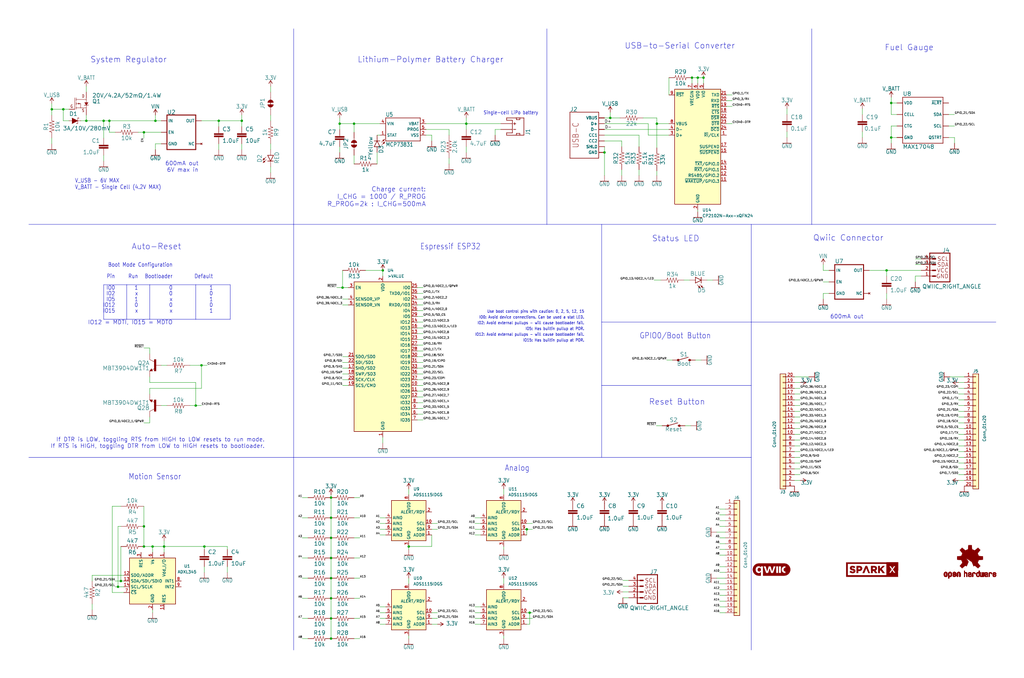
<source format=kicad_sch>
(kicad_sch (version 20230121) (generator eeschema)
  (paper "User" 451.815 299.39)
  (title_block (title "posture") (date "2023-02-28") (rev "0") (company "hasatio"))
  (lib_symbols
    (symbol "Analog_ADC:ADS1115IDGS"
      (property "Reference" "U" (at 2.54 13.97 0))
      (property "Value" "ADS1115IDGS" (at 7.62 11.43 0))
      (symbol "ADS1115IDGS_1_1"
        (pin input line (at 10.16 -5.08 180) (length 2.54) (name "ADDR") (number "1"))
        (pin input line (at 10.16 0 180) (length 2.54) (name "SCL") (number "10"))
        (pin output line (at 10.16 5.08 180) (length 2.54) (name "ALERT/RDY") (number "2"))
        (pin power_in line (at 0 -10.16 90) (length 2.54) (name "GND") (number "3"))
        (pin input line (at -10.16 2.54 0) (length 2.54) (name "AIN0") (number "4"))
        (pin input line (at -10.16 0 0) (length 2.54) (name "AIN1") (number "5"))
        (pin input line (at -10.16 -2.54 0) (length 2.54) (name "AIN2") (number "6"))
        (pin input line (at -10.16 -5.08 0) (length 2.54) (name "AIN3") (number "7"))
        (pin power_in line (at 0 12.7 270) (length 2.54) (name "VDD") (number "8"))
        (pin bidirectional line (at 10.16 -2.54 180) (length 2.54) (name "SDA") (number "9"))
      )
    )
    (symbol "Connector_Generic:Conn_01x20" (pin_names (offset 1.016) hide)
      (property "Reference" "J" (at 0 25.4 0))
      (property "Value" "Conn_01x20" (at 0 -27.94 0))
      (symbol "Conn_01x20_1_1"
        (pin passive line (at -5.08 22.86 0) (length 3.81) (name "Pin_1") (number "1"))
        (pin passive line (at -5.08 0 0) (length 3.81) (name "Pin_10") (number "10"))
        (pin passive line (at -5.08 -2.54 0) (length 3.81) (name "Pin_11") (number "11"))
        (pin passive line (at -5.08 -5.08 0) (length 3.81) (name "Pin_12") (number "12"))
        (pin passive line (at -5.08 -7.62 0) (length 3.81) (name "Pin_13") (number "13"))
        (pin passive line (at -5.08 -10.16 0) (length 3.81) (name "Pin_14") (number "14"))
        (pin passive line (at -5.08 -12.7 0) (length 3.81) (name "Pin_15") (number "15"))
        (pin passive line (at -5.08 -15.24 0) (length 3.81) (name "Pin_16") (number "16"))
        (pin passive line (at -5.08 -17.78 0) (length 3.81) (name "Pin_17") (number "17"))
        (pin passive line (at -5.08 -20.32 0) (length 3.81) (name "Pin_18") (number "18"))
        (pin passive line (at -5.08 -22.86 0) (length 3.81) (name "Pin_19") (number "19"))
        (pin passive line (at -5.08 20.32 0) (length 3.81) (name "Pin_2") (number "2"))
        (pin passive line (at -5.08 -25.4 0) (length 3.81) (name "Pin_20") (number "20"))
        (pin passive line (at -5.08 17.78 0) (length 3.81) (name "Pin_3") (number "3"))
        (pin passive line (at -5.08 15.24 0) (length 3.81) (name "Pin_4") (number "4"))
        (pin passive line (at -5.08 12.7 0) (length 3.81) (name "Pin_5") (number "5"))
        (pin passive line (at -5.08 10.16 0) (length 3.81) (name "Pin_6") (number "6"))
        (pin passive line (at -5.08 7.62 0) (length 3.81) (name "Pin_7") (number "7"))
        (pin passive line (at -5.08 5.08 0) (length 3.81) (name "Pin_8") (number "8"))
        (pin passive line (at -5.08 2.54 0) (length 3.81) (name "Pin_9") (number "9"))
      )
    )
    (symbol "Interface_USB:CP2102N-Axx-xQFN24"
      (property "Reference" "U" (at -8.89 26.67 0))
      (property "Value" "CP2102N-Axx-xQFN24" (at 13.97 26.67 0))
      (symbol "CP2102N-Axx-xQFN24_1_1"
        (pin bidirectional line (at 12.7 5.08 180) (length 2.54) (name "~{RI}/CLK") (number "1"))
        (pin no_connect line (at -10.16 -22.86 0) (length 2.54) hide (name "NC") (number "10"))
        (pin bidirectional line (at 12.7 -15.24 180) (length 2.54) (name "~{WAKEUP}/GPIO.3") (number "11"))
        (pin bidirectional line (at 12.7 -12.7 180) (length 2.54) (name "RS485/GPIO.2") (number "12"))
        (pin bidirectional line (at 12.7 -10.16 180) (length 2.54) (name "~{RXT}/GPIO.1") (number "13"))
        (pin bidirectional line (at 12.7 -7.62 180) (length 2.54) (name "~{TXT}/GPIO.0") (number "14"))
        (pin output line (at 12.7 -2.54 180) (length 2.54) (name "~{SUSPEND}") (number "15"))
        (pin no_connect line (at 10.16 -22.86 180) (length 2.54) hide (name "NC") (number "16"))
        (pin output line (at 12.7 0 180) (length 2.54) (name "SUSPEND") (number "17"))
        (pin input line (at 12.7 15.24 180) (length 2.54) (name "~{CTS}") (number "18"))
        (pin output line (at 12.7 17.78 180) (length 2.54) (name "~{RTS}") (number "19"))
        (pin power_in line (at 0 -27.94 90) (length 2.54) (name "GND") (number "2"))
        (pin input line (at 12.7 20.32 180) (length 2.54) (name "RXD") (number "20"))
        (pin output line (at 12.7 22.86 180) (length 2.54) (name "TXD") (number "21"))
        (pin input line (at 12.7 12.7 180) (length 2.54) (name "~{DSR}") (number "22"))
        (pin output line (at 12.7 10.16 180) (length 2.54) (name "~{DTR}") (number "23"))
        (pin input line (at 12.7 7.62 180) (length 2.54) (name "~{DCD}") (number "24"))
        (pin passive line (at 0 -27.94 90) (length 2.54) hide (name "GND") (number "25"))
        (pin bidirectional line (at -12.7 5.08 0) (length 2.54) (name "D+") (number "3"))
        (pin bidirectional line (at -12.7 7.62 0) (length 2.54) (name "D-") (number "4"))
        (pin power_in line (at 2.54 27.94 270) (length 2.54) (name "VIO") (number "5"))
        (pin power_in line (at 0 27.94 270) (length 2.54) (name "VDD") (number "6"))
        (pin power_in line (at -2.54 27.94 270) (length 2.54) (name "VREGIN") (number "7"))
        (pin input line (at -12.7 10.16 0) (length 2.54) (name "VBUS") (number "8"))
        (pin input line (at -12.7 22.86 0) (length 2.54) (name "~{RST}") (number "9"))
      )
    )
    (symbol "RF_Module:ESP32-WROOM-32"
      (property "Reference" "U" (at -12.7 34.29 0))
      (property "Value" "ESP32-WROOM-32" (at 1.27 34.29 0))
      (symbol "ESP32-WROOM-32_1_1"
        (pin power_in line (at 0 -35.56 90) (length 2.54) (name "GND") (number "1"))
        (pin bidirectional line (at 15.24 -12.7 180) (length 2.54) (name "IO25") (number "10"))
        (pin bidirectional line (at 15.24 -15.24 180) (length 2.54) (name "IO26") (number "11"))
        (pin bidirectional line (at 15.24 -17.78 180) (length 2.54) (name "IO27") (number "12"))
        (pin bidirectional line (at 15.24 10.16 180) (length 2.54) (name "IO14") (number "13"))
        (pin bidirectional line (at 15.24 15.24 180) (length 2.54) (name "IO12") (number "14"))
        (pin passive line (at 0 -35.56 90) (length 2.54) hide (name "GND") (number "15"))
        (pin bidirectional line (at 15.24 12.7 180) (length 2.54) (name "IO13") (number "16"))
        (pin bidirectional line (at -15.24 -5.08 0) (length 2.54) (name "SHD/SD2") (number "17"))
        (pin bidirectional line (at -15.24 -7.62 0) (length 2.54) (name "SWP/SD3") (number "18"))
        (pin bidirectional line (at -15.24 -12.7 0) (length 2.54) (name "SCS/CMD") (number "19"))
        (pin power_in line (at 0 35.56 270) (length 2.54) (name "VDD") (number "2"))
        (pin bidirectional line (at -15.24 -10.16 0) (length 2.54) (name "SCK/CLK") (number "20"))
        (pin bidirectional line (at -15.24 0 0) (length 2.54) (name "SDO/SD0") (number "21"))
        (pin bidirectional line (at -15.24 -2.54 0) (length 2.54) (name "SDI/SD1") (number "22"))
        (pin bidirectional line (at 15.24 7.62 180) (length 2.54) (name "IO15") (number "23"))
        (pin bidirectional line (at 15.24 25.4 180) (length 2.54) (name "IO2") (number "24"))
        (pin bidirectional line (at 15.24 30.48 180) (length 2.54) (name "IO0") (number "25"))
        (pin bidirectional line (at 15.24 20.32 180) (length 2.54) (name "IO4") (number "26"))
        (pin bidirectional line (at 15.24 5.08 180) (length 2.54) (name "IO16") (number "27"))
        (pin bidirectional line (at 15.24 2.54 180) (length 2.54) (name "IO17") (number "28"))
        (pin bidirectional line (at 15.24 17.78 180) (length 2.54) (name "IO5") (number "29"))
        (pin input line (at -15.24 30.48 0) (length 2.54) (name "EN") (number "3"))
        (pin bidirectional line (at 15.24 0 180) (length 2.54) (name "IO18") (number "30"))
        (pin bidirectional line (at 15.24 -2.54 180) (length 2.54) (name "IO19") (number "31"))
        (pin no_connect line (at -12.7 -27.94 0) (length 2.54) hide (name "NC") (number "32"))
        (pin bidirectional line (at 15.24 -5.08 180) (length 2.54) (name "IO21") (number "33"))
        (pin bidirectional line (at 15.24 22.86 180) (length 2.54) (name "RXD0/IO3") (number "34"))
        (pin bidirectional line (at 15.24 27.94 180) (length 2.54) (name "TXD0/IO1") (number "35"))
        (pin bidirectional line (at 15.24 -7.62 180) (length 2.54) (name "IO22") (number "36"))
        (pin bidirectional line (at 15.24 -10.16 180) (length 2.54) (name "IO23") (number "37"))
        (pin passive line (at 0 -35.56 90) (length 2.54) hide (name "GND") (number "38"))
        (pin passive line (at 0 -35.56 90) (length 2.54) hide (name "GND") (number "39"))
        (pin input line (at -15.24 25.4 0) (length 2.54) (name "SENSOR_VP") (number "4"))
        (pin input line (at -15.24 22.86 0) (length 2.54) (name "SENSOR_VN") (number "5"))
        (pin input line (at 15.24 -25.4 180) (length 2.54) (name "IO34") (number "6"))
        (pin input line (at 15.24 -27.94 180) (length 2.54) (name "IO35") (number "7"))
        (pin bidirectional line (at 15.24 -20.32 180) (length 2.54) (name "IO32") (number "8"))
        (pin bidirectional line (at 15.24 -22.86 180) (length 2.54) (name "IO33") (number "9"))
      )
    )
    (symbol "Sensor_Motion:ADXL343"
      (property "Reference" "U" (at -8.89 11.43 0))
      (property "Value" "ADXL343" (at -7.62 -11.43 0))
      (symbol "ADXL343_1_1"
        (pin power_in line (at 5.08 12.7 270) (length 2.54) (name "Vdd_I/O") (number "1"))
        (pin no_connect line (at -5.08 -10.16 90) (length 2.54) hide (name "NC") (number "10"))
        (pin passive line (at 5.08 -12.7 90) (length 2.54) (name "RES") (number "11"))
        (pin bidirectional line (at -12.7 2.54 0) (length 2.54) (name "SDO/ADDR") (number "12"))
        (pin bidirectional line (at -12.7 0 0) (length 2.54) (name "SDA/SDI/SDIO") (number "13"))
        (pin input line (at -12.7 -2.54 0) (length 2.54) (name "SCL/SCLK") (number "14"))
        (pin power_in line (at 0 -12.7 90) (length 2.54) (name "GND") (number "2"))
        (pin passive line (at -5.08 12.7 270) (length 2.54) (name "RES") (number "3"))
        (pin passive line (at 0 -12.7 90) (length 2.54) hide (name "GND") (number "4"))
        (pin passive line (at 0 -12.7 90) (length 2.54) hide (name "GND") (number "5"))
        (pin power_in line (at 0 12.7 270) (length 2.54) (name "Vs") (number "6"))
        (pin input line (at -12.7 -5.08 0) (length 2.54) (name "~{CS}") (number "7"))
        (pin output line (at 12.7 0 180) (length 2.54) (name "INT1") (number "8"))
        (pin output line (at 12.7 -2.54 180) (length 2.54) (name "INT2") (number "9"))
      )
    )
    (symbol "SparkFun ESP32 Thing Plus C-eagle-import:0.1UF-0402T-16V-10%"
      (property "Reference" "C" (at 1.524 2.921 0))
      (property "Value" "0.1UF-0402T-16V-10%" (at 1.524 -2.159 0))
      (symbol "0.1UF-0402T-16V-10%_1_0"
        (pin passive line (at 0 5.08 270) (length 2.54) (name "1") (number "1"))
        (pin passive line (at 0 -2.54 90) (length 2.54) (name "2") (number "2"))
      )
    )
    (symbol "SparkFun ESP32 Thing Plus C-eagle-import:0.1UF-0402T-6.3V-10%-X7R"
      (property "Reference" "C" (at 1.524 2.921 0))
      (property "Value" "0.1UF-0402T-6.3V-10%-X7R" (at 1.524 -2.159 0))
      (symbol "0.1UF-0402T-6.3V-10%-X7R_1_0"
        (pin passive line (at 0 5.08 270) (length 2.54) (name "1") (number "1"))
        (pin passive line (at 0 -2.54 90) (length 2.54) (name "2") (number "2"))
      )
    )
    (symbol "SparkFun ESP32 Thing Plus C-eagle-import:1.0UF-0402T-16V-10%"
      (property "Reference" "C" (at 1.524 2.921 0))
      (property "Value" "1.0UF-0402T-16V-10%" (at 1.524 -2.159 0))
      (symbol "1.0UF-0402T-16V-10%_1_0"
        (pin passive line (at 0 5.08 270) (length 2.54) (name "1") (number "1"))
        (pin passive line (at 0 -2.54 90) (length 2.54) (name "2") (number "2"))
      )
    )
    (symbol "SparkFun ESP32 Thing Plus C-eagle-import:10KOHM-0402T-1{slash}16W-1%"
      (property "Reference" "R" (at 0 1.524 0))
      (property "Value" "10KOHM-0402T-1{slash}16W-1%" (at 0 -1.524 0))
      (symbol "10KOHM-0402T-1{slash}16W-1%_1_0"
        (pin passive line (at -5.08 0 0) (length 2.54) (name "1") (number "1"))
        (pin passive line (at 5.08 0 180) (length 2.54) (name "2") (number "2"))
      )
    )
    (symbol "SparkFun ESP32 Thing Plus C-eagle-import:10UF-0402T-6.3V-20%"
      (property "Reference" "C" (at 1.524 2.921 0))
      (property "Value" "10UF-0402T-6.3V-20%" (at 1.524 -2.159 0))
      (symbol "10UF-0402T-6.3V-20%_1_0"
        (pin passive line (at 0 5.08 270) (length 2.54) (name "1") (number "1"))
        (pin passive line (at 0 -2.54 90) (length 2.54) (name "2") (number "2"))
      )
    )
    (symbol "SparkFun ESP32 Thing Plus C-eagle-import:1KOHM-0402T-1{slash}16W-1%"
      (property "Reference" "R" (at 0 1.524 0))
      (property "Value" "1KOHM-0402T-1{slash}16W-1%" (at 0 -1.524 0))
      (symbol "1KOHM-0402T-1{slash}16W-1%_1_0"
        (pin passive line (at -5.08 0 0) (length 2.54) (name "1") (number "1"))
        (pin passive line (at 5.08 0 180) (length 2.54) (name "2") (number "2"))
      )
    )
    (symbol "SparkFun ESP32 Thing Plus C-eagle-import:2.0KOHM-0603-1{slash}10W-5%"
      (property "Reference" "R" (at 0 1.524 0))
      (property "Value" "2.0KOHM-0603-1{slash}10W-5%" (at 0 -1.524 0))
      (symbol "2.0KOHM-0603-1{slash}10W-5%_1_0"
        (pin passive line (at -5.08 0 0) (length 2.54) (name "1") (number "1"))
        (pin passive line (at 5.08 0 180) (length 2.54) (name "2") (number "2"))
      )
    )
    (symbol "SparkFun ESP32 Thing Plus C-eagle-import:3.3V" (power)
      (property "Value" "3.3V" (at 0 2.794 0))
      (symbol "3.3V_1_0"
        (pin power_in line (at 0 0 90) (length 2.54) (name "3.3V") (number "1"))
      )
    )
    (symbol "SparkFun ESP32 Thing Plus C-eagle-import:4.7UF-0402_TIGHT-6.3V-20%-X5R"
      (property "Reference" "C" (at 1.524 2.921 0))
      (property "Value" "4.7UF-0402_TIGHT-6.3V-20%-X5R" (at 1.524 -2.159 0))
      (symbol "4.7UF-0402_TIGHT-6.3V-20%-X5R_1_0"
        (pin passive line (at 0 5.08 270) (length 2.54) (name "1") (number "1"))
        (pin passive line (at 0 -2.54 90) (length 2.54) (name "2") (number "2"))
      )
    )
    (symbol "SparkFun ESP32 Thing Plus C-eagle-import:4.7UF-0603-35V-(20%)"
      (property "Reference" "C" (at 1.524 2.921 0))
      (property "Value" "4.7UF-0603-35V-(20%)" (at 1.524 -2.159 0))
      (symbol "4.7UF-0603-35V-(20%)_1_0"
        (pin passive line (at 0 5.08 270) (length 2.54) (name "1") (number "1"))
        (pin passive line (at 0 -2.54 90) (length 2.54) (name "2") (number "2"))
      )
    )
    (symbol "SparkFun ESP32 Thing Plus C-eagle-import:5.1KOHM-0402T-1{slash}16W-1%"
      (property "Reference" "R" (at 0 1.524 0))
      (property "Value" "5.1KOHM-0402T-1{slash}16W-1%" (at 0 -1.524 0))
      (symbol "5.1KOHM-0402T-1{slash}16W-1%_1_0"
        (pin passive line (at -5.08 0 0) (length 2.54) (name "1") (number "1"))
        (pin passive line (at 5.08 0 180) (length 2.54) (name "2") (number "2"))
      )
    )
    (symbol "SparkFun ESP32 Thing Plus C-eagle-import:DIODE-SCHOTTKY-BAT60A"
      (property "Reference" "D" (at -2.54 2.032 0))
      (property "Value" "DIODE-SCHOTTKY-BAT60A" (at -2.54 -2.032 0))
      (symbol "DIODE-SCHOTTKY-BAT60A_1_0"
        (pin passive line (at -2.54 0 0) (length 0) (name "A") (number "A"))
        (pin passive line (at 2.54 0 180) (length 0) (name "C") (number "C"))
      )
    )
    (symbol "SparkFun ESP32 Thing Plus C-eagle-import:GND" (power)
      (property "Value" "GND" (at 0 -0.254 0))
      (symbol "GND_1_0"
        (pin power_in line (at 0 2.54 270) (length 2.54) (name "GND") (number "1"))
      )
    )
    (symbol "SparkFun ESP32 Thing Plus C-eagle-import:JST_2MM_MALE"
      (property "Reference" "J" (at -2.54 5.842 0))
      (symbol "JST_2MM_MALE_1_0"
        (pin bidirectional line (at 0 -5.08 90) (length 5.08) (name "-") (number "1"))
        (pin bidirectional line (at 2.54 -5.08 90) (length 5.08) (name "+") (number "2"))
        (pin bidirectional line (at -2.54 2.54 90) (length 0) (name "PAD1") (number "NC1"))
        (pin bidirectional line (at 5.08 2.54 90) (length 0) (name "PAD2") (number "NC2"))
      )
    )
    (symbol "SparkFun ESP32 Thing Plus C-eagle-import:JUMPER-SMT_2_NC_TRACE_SILK"
      (property "Reference" "JP" (at -2.54 2.54 0))
      (property "Value" "JUMPER-SMT_2_NC_TRACE_SILK" (at -2.54 -2.54 0))
      (symbol "JUMPER-SMT_2_NC_TRACE_SILK_1_0"
        (pin passive line (at -5.08 0 0) (length 2.54) (name "1") (number "1"))
        (pin passive line (at 5.08 0 180) (length 2.54) (name "2") (number "2"))
      )
    )
    (symbol "SparkFun ESP32 Thing Plus C-eagle-import:LED-BLUE0603"
      (property "Reference" "D" (at -3.429 -4.572 90))
      (property "Value" "LED-BLUE0603" (at 1.905 -4.572 90))
      (symbol "LED-BLUE0603_1_0"
        (pin passive line (at 0 2.54 270) (length 2.54) (name "A") (number "A"))
        (pin passive line (at 0 -5.08 90) (length 2.54) (name "C") (number "C"))
      )
    )
    (symbol "SparkFun ESP32 Thing Plus C-eagle-import:LED-RED0603"
      (property "Reference" "D" (at -3.429 -4.572 90))
      (property "Value" "LED-RED0603" (at 1.905 -4.572 90))
      (symbol "LED-RED0603_1_0"
        (pin passive line (at 0 2.54 270) (length 2.54) (name "A") (number "A"))
        (pin passive line (at 0 -5.08 90) (length 2.54) (name "C") (number "C"))
      )
    )
    (symbol "SparkFun ESP32 Thing Plus C-eagle-import:LED-YELLOW0603"
      (property "Reference" "D" (at -3.429 -4.572 90))
      (property "Value" "LED-YELLOW0603" (at 1.905 -4.572 90))
      (symbol "LED-YELLOW0603_1_0"
        (pin passive line (at 0 2.54 270) (length 2.54) (name "A") (number "A"))
        (pin passive line (at 0 -5.08 90) (length 2.54) (name "C") (number "C"))
      )
    )
    (symbol "SparkFun ESP32 Thing Plus C-eagle-import:MAX17048DFN8"
      (property "Reference" "U" (at -10.16 10.668 0))
      (property "Value" "MAX17048DFN8" (at -10.16 -12.7 0))
      (symbol "MAX17048DFN8_1_0"
        (pin input line (at -12.7 -2.54 0) (length 2.54) (name "CTG") (number "1"))
        (pin input line (at -12.7 2.54 0) (length 2.54) (name "CELL") (number "2"))
        (pin bidirectional line (at -12.7 7.62 0) (length 2.54) (name "VDD") (number "3"))
        (pin bidirectional line (at -12.7 -7.62 0) (length 2.54) (name "GND") (number "4"))
        (pin bidirectional line (at 10.16 7.62 180) (length 2.54) (name "~{ALRT}") (number "5"))
        (pin bidirectional line (at 10.16 -7.62 180) (length 2.54) (name "QSTRT") (number "6"))
        (pin output line (at 10.16 -2.54 180) (length 2.54) (name "SCL") (number "7"))
        (pin input line (at 10.16 2.54 180) (length 2.54) (name "SDA") (number "8"))
        (pin bidirectional line (at -12.7 -7.62 0) (length 2.54) (name "GND") (number "9"))
      )
    )
    (symbol "SparkFun ESP32 Thing Plus C-eagle-import:MCP73831"
      (property "Reference" "U" (at -7.62 5.588 0))
      (property "Value" "MCP73831" (at -7.62 -7.62 0))
      (symbol "MCP73831_1_0"
        (pin output line (at -10.16 -2.54 0) (length 2.54) (name "STAT") (number "1"))
        (pin power_in line (at 10.16 -2.54 180) (length 2.54) (name "VSS") (number "2"))
        (pin power_in line (at 10.16 2.54 180) (length 2.54) (name "VBAT") (number "3"))
        (pin power_in line (at -10.16 2.54 0) (length 2.54) (name "VIN") (number "4"))
        (pin input line (at 10.16 0 180) (length 2.54) (name "PROG") (number "5"))
      )
    )
    (symbol "SparkFun ESP32 Thing Plus C-eagle-import:MOMENTARY-SWITCH-SPST-SMD-4.6X2.8MM"
      (property "Reference" "S" (at 0 1.524 0))
      (property "Value" "MOMENTARY-SWITCH-SPST-SMD-4.6X2.8MM" (at 0 -0.508 0))
      (symbol "MOMENTARY-SWITCH-SPST-SMD-4.6X2.8MM_1_0"
        (pin passive line (at -5.08 0 0) (length 2.54) (name "1") (number "1"))
        (pin passive line (at -5.08 0 0) (length 2.54) (name "1") (number "2"))
        (pin passive line (at 5.08 0 180) (length 2.54) (name "2") (number "3"))
        (pin passive line (at 5.08 0 180) (length 2.54) (name "2") (number "4"))
      )
    )
    (symbol "SparkFun ESP32 Thing Plus C-eagle-import:MOSFET_PCH-DMG2305UX-7"
      (property "Reference" "Q" (at 5.08 0 0))
      (property "Value" "MOSFET_PCH-DMG2305UX-7" (at 5.08 -2.54 0))
      (symbol "MOSFET_PCH-DMG2305UX-7_1_0"
        (text "D" (at 0.508 2.54 0) (effects (font (size 1.27 1.0795)) (justify left bottom)))
        (text "G" (at -3.302 -0.508 0) (effects (font (size 1.27 1.0795)) (justify right top)))
        (text "S" (at 0.508 -3.81 0) (effects (font (size 1.27 1.0795)) (justify left bottom)))
        (pin bidirectional line (at -5.08 -2.54 0) (length 2.54) (name "G") (number "1"))
        (pin bidirectional line (at 2.54 -5.08 90) (length 2.54) (name "S") (number "2"))
        (pin bidirectional line (at 2.54 5.08 270) (length 2.54) (name "D") (number "3"))
      )
    )
    (symbol "SparkFun ESP32 Thing Plus C-eagle-import:OSHW-LOGOMINI")
    (symbol "SparkFun ESP32 Thing Plus C-eagle-import:QWIIC_CONNECTORJS-1MM"
      (property "Reference" "J" (at -5.08 7.874 0))
      (property "Value" "QWIIC_CONNECTORJS-1MM" (at -5.08 -5.334 0))
      (symbol "QWIIC_CONNECTORJS-1MM_1_0"
        (text "GND" (at -4.572 -2.54 0) (effects (font (size 1.778 1.778)) (justify left)))
        (text "SCL" (at -4.572 5.08 0) (effects (font (size 1.778 1.778)) (justify left)))
        (text "SDA" (at -4.572 2.54 0) (effects (font (size 1.778 1.778)) (justify left)))
        (text "VCC" (at -4.572 0 0) (effects (font (size 1.778 1.778)) (justify left)))
        (pin power_in line (at 7.62 -2.54 180) (length 5.08) (name "1") (number "1"))
        (pin power_in line (at 7.62 0 180) (length 5.08) (name "2") (number "2"))
        (pin passive line (at 7.62 2.54 180) (length 5.08) (name "3") (number "3"))
        (pin passive line (at 7.62 5.08 180) (length 5.08) (name "4") (number "4"))
      )
    )
    (symbol "SparkFun ESP32 Thing Plus C-eagle-import:QWIIC_LOGO_4MM")
    (symbol "SparkFun ESP32 Thing Plus C-eagle-import:SPARKX-LOGO4")
    (symbol "SparkFun ESP32 Thing Plus C-eagle-import:TRANS_NPN_DUAL-MBT3904DW1T1"
      (property "Reference" "Q" (at 2.54 0 0))
      (property "Value" "TRANS_NPN_DUAL-MBT3904DW1T1" (at 2.54 -2.286 0))
      (symbol "TRANS_NPN_DUAL-MBT3904DW1T1_1_0"
        (pin passive line (at 2.54 5.08 270) (length 2.54) (name "C") (number "3"))
        (pin passive line (at 2.54 -5.08 90) (length 2.54) (name "E") (number "4"))
        (pin passive line (at -2.54 0 0) (length 2.54) (name "B") (number "5"))
      )
      (symbol "TRANS_NPN_DUAL-MBT3904DW1T1_2_0"
        (pin passive line (at 2.54 -5.08 90) (length 2.54) (name "E") (number "1"))
        (pin passive line (at -2.54 0 0) (length 2.54) (name "B") (number "2"))
        (pin passive line (at 2.54 5.08 270) (length 2.54) (name "C") (number "6"))
      )
    )
    (symbol "SparkFun ESP32 Thing Plus C-eagle-import:USB_C_2-LAYER_PADS"
      (property "Reference" "J" (at -2.54 10.414 0))
      (property "Value" "USB_C_2-LAYER_PADS" (at -2.54 -12.446 0))
      (symbol "USB_C_2-LAYER_PADS_1_0"
        (text "USB-C" (at 0 0 900) (effects (font (size 2.54 2.159))))
        (pin bidirectional line (at 12.7 0 180) (length 2.54) (name "CC1") (number "A5"))
        (pin bidirectional line (at 12.7 5.08 180) (length 2.54) (name "D+") (number "A6"))
        (pin bidirectional line (at 12.7 2.54 180) (length 2.54) (name "D-") (number "A7"))
        (pin bidirectional line (at 12.7 -2.54 180) (length 2.54) (name "CC2") (number "B5"))
        (pin bidirectional line (at 12.7 5.08 180) (length 2.54) (name "D+") (number "B6"))
        (pin bidirectional line (at 12.7 2.54 180) (length 2.54) (name "D-") (number "B7"))
        (pin bidirectional line (at 12.7 -7.62 180) (length 2.54) (name "GND") (number "GND"))
        (pin bidirectional line (at 12.7 -7.62 180) (length 2.54) (name "GND") (number "GND2"))
        (pin bidirectional line (at 12.7 -5.08 180) (length 2.54) (name "SHLD") (number "SHLD1"))
        (pin bidirectional line (at 12.7 -5.08 180) (length 2.54) (name "SHLD") (number "SHLD2"))
        (pin bidirectional line (at 12.7 -5.08 180) (length 2.54) (name "SHLD") (number "SHLD3"))
        (pin bidirectional line (at 12.7 -5.08 180) (length 2.54) (name "SHLD") (number "SHLD4"))
        (pin bidirectional line (at 12.7 7.62 180) (length 2.54) (name "VBUS") (number "VBUS1"))
        (pin bidirectional line (at 12.7 7.62 180) (length 2.54) (name "VBUS") (number "VBUS2"))
      )
    )
    (symbol "SparkFun ESP32 Thing Plus C-eagle-import:VIN" (power)
      (property "Value" "VIN" (at 0 2.794 0))
      (symbol "VIN_1_0"
        (pin power_in line (at 0 0 90) (length 2.54) (name "VIN") (number "1"))
      )
    )
    (symbol "SparkFun ESP32 Thing Plus C-eagle-import:V_BATT" (power)
      (property "Value" "V_BATT" (at 0 2.794 0))
      (symbol "V_BATT_1_0"
        (pin power_in line (at 0 0 90) (length 2.54) (name "V_BATT") (number "1"))
      )
    )
    (symbol "SparkFun ESP32 Thing Plus C-eagle-import:V_REG_AP2112K-3.3V"
      (property "Reference" "U" (at -7.62 7.874 0))
      (property "Value" "V_REG_AP2112K-3.3V" (at -7.62 -7.874 0))
      (symbol "V_REG_AP2112K-3.3V_1_0"
        (pin input line (at -10.16 5.08 0) (length 2.54) (name "IN") (number "1"))
        (pin input line (at -10.16 -5.08 0) (length 2.54) (name "GND") (number "2"))
        (pin input line (at -10.16 0 0) (length 2.54) (name "EN") (number "3"))
        (pin no_connect line (at 7.62 -5.08 180) (length 2.54) (name "NC") (number "4"))
        (pin passive line (at 7.62 5.08 180) (length 2.54) (name "OUT") (number "5"))
      )
    )
    (symbol "SparkFun ESP32 Thing Plus C-eagle-import:V_USB" (power)
      (property "Value" "V_USB" (at 0 2.794 0))
      (symbol "V_USB_1_0"
        (pin power_in line (at 0 0 90) (length 2.54) (name "V_USB") (number "1"))
      )
    )
  )
  (junction (at 146.05 237.49))
  (junction (at 305.308 34.29))
  (junction (at 52.07 259.08))
  (junction (at 45.72 53.34))
  (junction (at 151.13 127))
  (junction (at 146.05 228.6))
  (junction (at 149.86 54.61))
  (junction (at 63.5 241.3))
  (junction (at 269.24 52.07))
  (junction (at 180.34 241.3))
  (junction (at 146.05 219.71))
  (junction (at 266.7 67.31))
  (junction (at 146.05 246.38))
  (junction (at 233.68 270.51))
  (junction (at 168.91 119.38))
  (junction (at 146.05 264.16))
  (junction (at 310.388 34.29))
  (junction (at 88.9 161.29))
  (junction (at 63.5 58.42))
  (junction (at 205.74 54.61))
  (junction (at 90.17 241.3))
  (junction (at 86.36 179.07))
  (junction (at 391.16 119.38))
  (junction (at 27.94 48.26))
  (junction (at 38.1 53.34))
  (junction (at 48.26 53.34))
  (junction (at 307.848 34.29))
  (junction (at 393.192 60.706))
  (junction (at 393.192 45.466))
  (junction (at 72.39 241.3))
  (junction (at 63.5 232.41))
  (junction (at 146.05 255.27))
  (junction (at 106.68 53.34))
  (junction (at 146.05 273.05))
  (junction (at 146.05 281.94))
  (junction (at 289.814 54.61))
  (junction (at 22.86 48.26))
  (junction (at 67.31 241.3))
  (junction (at 232.41 233.68))
  (junction (at 68.58 53.34))
  (junction (at 96.52 53.34))
  (junction (at 156.21 54.61))
  (junction (at 53.34 256.54))
  (wire (pts (xy 151.13 167.64) (xy 153.67 167.64)))
  (wire (pts (xy 273.558 52.07) (xy 269.24 52.07)))
  (wire (pts (xy 186.69 144.78) (xy 184.15 144.78)))
  (wire (pts (xy 350.52 201.93) (xy 353.06 201.93)))
  (wire (pts (xy 421.132 60.706) (xy 421.132 63.246)))
  (wire (pts (xy 133.35 255.27) (xy 135.89 255.27)))
  (wire (pts (xy 151.13 134.62) (xy 153.67 134.62)))
  (wire (pts (xy 317.5 245.11) (xy 320.04 245.11)))
  (polyline (pts (xy 331.47 142.24) (xy 439.42 142.24)))
  (wire (pts (xy 88.9 171.45) (xy 88.9 161.29)))
  (wire (pts (xy 380.492 58.166) (xy 380.492 60.706)))
  (wire (pts (xy 151.13 165.1) (xy 153.67 165.1)))
  (wire (pts (xy 167.64 270.51) (xy 170.18 270.51)))
  (wire (pts (xy 168.91 119.38) (xy 168.91 121.92)))
  (wire (pts (xy 153.67 127) (xy 151.13 127)))
  (wire (pts (xy 350.52 171.45) (xy 353.06 171.45)))
  (wire (pts (xy 186.69 134.62) (xy 184.15 134.62)))
  (wire (pts (xy 422.91 199.39) (xy 425.45 199.39)))
  (wire (pts (xy 347.218 58.166) (xy 347.218 60.706)))
  (wire (pts (xy 289.814 75.438) (xy 289.814 77.47)))
  (wire (pts (xy 52.07 259.08) (xy 54.61 259.08)))
  (wire (pts (xy 68.58 53.34) (xy 48.26 53.34)))
  (wire (pts (xy 158.75 219.71) (xy 156.21 219.71)))
  (wire (pts (xy 418.592 55.626) (xy 421.132 55.626)))
  (wire (pts (xy 68.58 53.34) (xy 68.58 50.8)))
  (wire (pts (xy 71.12 63.5) (xy 68.58 63.5)))
  (polyline (pts (xy 265.43 170.18) (xy 331.47 170.18)))
  (polyline (pts (xy 101.6 125.73) (xy 101.6 140.97)))
  (wire (pts (xy 422.91 186.69) (xy 425.45 186.69)))
  (wire (pts (xy 422.91 204.47) (xy 425.45 204.47)))
  (wire (pts (xy 53.34 241.3) (xy 53.34 256.54)))
  (wire (pts (xy 383.54 119.38) (xy 391.16 119.38)))
  (wire (pts (xy 209.55 270.51) (xy 212.09 270.51)))
  (wire (pts (xy 395.732 50.546) (xy 393.192 50.546)))
  (wire (pts (xy 198.12 57.15) (xy 198.12 59.69)))
  (wire (pts (xy 146.05 219.71) (xy 146.05 228.6)))
  (wire (pts (xy 187.96 59.69) (xy 190.5 59.69)))
  (wire (pts (xy 350.52 168.91) (xy 353.06 168.91)))
  (wire (pts (xy 66.04 186.69) (xy 63.5 186.69)))
  (wire (pts (xy 310.388 34.29) (xy 307.848 34.29)))
  (wire (pts (xy 52.07 232.41) (xy 52.07 259.08)))
  (wire (pts (xy 286.004 54.61) (xy 266.7 54.61)))
  (polyline (pts (xy 129.54 201.93) (xy 265.43 201.93)))
  (polyline (pts (xy 45.72 140.97) (xy 45.72 125.73)))
  (wire (pts (xy 274.32 77.47) (xy 274.32 74.93)))
  (wire (pts (xy 86.36 168.91) (xy 66.04 168.91)))
  (wire (pts (xy 38.1 38.1) (xy 38.1 40.64)))
  (wire (pts (xy 50.8 259.08) (xy 52.07 259.08)))
  (wire (pts (xy 151.13 132.08) (xy 153.67 132.08)))
  (wire (pts (xy 40.64 269.24) (xy 40.64 266.7)))
  (wire (pts (xy 149.86 67.31) (xy 149.86 64.77)))
  (wire (pts (xy 418.592 50.546) (xy 421.132 50.546)))
  (wire (pts (xy 156.21 54.61) (xy 167.64 54.61)))
  (wire (pts (xy 350.52 191.77) (xy 353.06 191.77)))
  (wire (pts (xy 22.86 63.5) (xy 22.86 60.96)))
  (wire (pts (xy 186.69 149.86) (xy 184.15 149.86)))
  (wire (pts (xy 190.5 59.69) (xy 190.5 62.23)))
  (wire (pts (xy 86.36 179.07) (xy 88.9 179.07)))
  (wire (pts (xy 350.52 207.01) (xy 353.06 207.01)))
  (wire (pts (xy 73.66 179.07) (xy 71.12 179.07)))
  (wire (pts (xy 316.23 255.27) (xy 320.04 255.27)))
  (wire (pts (xy 186.69 185.42) (xy 184.15 185.42)))
  (wire (pts (xy 63.5 58.42) (xy 63.5 60.96)))
  (wire (pts (xy 149.86 54.61) (xy 149.86 52.07)))
  (wire (pts (xy 306.832 159.004) (xy 309.372 159.004)))
  (wire (pts (xy 209.55 267.97) (xy 212.09 267.97)))
  (wire (pts (xy 317.5 252.73) (xy 320.04 252.73)))
  (wire (pts (xy 205.74 54.61) (xy 187.96 54.61)))
  (wire (pts (xy 205.74 57.15) (xy 205.74 54.61)))
  (wire (pts (xy 305.308 34.29) (xy 305.308 36.83)))
  (wire (pts (xy 73.66 161.29) (xy 71.12 161.29)))
  (wire (pts (xy 133.35 228.6) (xy 135.89 228.6)))
  (wire (pts (xy 233.68 270.51) (xy 232.41 270.51)))
  (wire (pts (xy 27.94 53.34) (xy 30.48 53.34)))
  (wire (pts (xy 391.16 119.38) (xy 406.4 119.38)))
  (wire (pts (xy 266.7 62.23) (xy 274.32 62.23)))
  (wire (pts (xy 146.05 228.6) (xy 146.05 237.49)))
  (wire (pts (xy 53.34 256.54) (xy 54.61 256.54)))
  (wire (pts (xy 151.13 119.38) (xy 151.13 127)))
  (wire (pts (xy 314.452 123.698) (xy 311.912 123.698)))
  (wire (pts (xy 395.732 55.626) (xy 393.192 55.626)))
  (wire (pts (xy 266.7 67.31) (xy 266.7 77.47)))
  (wire (pts (xy 186.69 180.34) (xy 184.15 180.34)))
  (wire (pts (xy 187.96 57.15) (xy 198.12 57.15)))
  (wire (pts (xy 158.75 237.49) (xy 156.21 237.49)))
  (wire (pts (xy 323.088 54.61) (xy 320.548 54.61)))
  (wire (pts (xy 274.828 261.366) (xy 277.368 261.366)))
  (wire (pts (xy 167.64 233.68) (xy 170.18 233.68)))
  (wire (pts (xy 274.32 62.23) (xy 274.32 64.77)))
  (wire (pts (xy 209.55 275.59) (xy 212.09 275.59)))
  (wire (pts (xy 167.64 267.97) (xy 170.18 267.97)))
  (wire (pts (xy 50.8 256.54) (xy 53.34 256.54)))
  (wire (pts (xy 350.52 189.23) (xy 353.06 189.23)))
  (wire (pts (xy 393.192 60.706) (xy 393.192 63.246)))
  (wire (pts (xy 146.05 264.16) (xy 146.05 273.05)))
  (polyline (pts (xy 86.36 125.73) (xy 86.36 140.97)))
  (wire (pts (xy 289.814 52.07) (xy 289.814 54.61)))
  (wire (pts (xy 133.35 219.71) (xy 135.89 219.71)))
  (wire (pts (xy 88.9 161.29) (xy 91.44 161.29)))
  (wire (pts (xy 63.5 58.42) (xy 71.12 58.42)))
  (wire (pts (xy 90.17 241.3) (xy 90.17 242.57)))
  (wire (pts (xy 347.218 48.006) (xy 347.218 50.546)))
  (wire (pts (xy 205.74 67.31) (xy 205.74 64.77)))
  (wire (pts (xy 380.492 48.006) (xy 380.492 50.546)))
  (wire (pts (xy 96.52 66.04) (xy 96.52 63.5)))
  (wire (pts (xy 38.1 53.34) (xy 45.72 53.34)))
  (wire (pts (xy 266.7 59.69) (xy 281.94 59.69)))
  (polyline (pts (xy 331.47 287.02) (xy 331.47 201.93)))
  (wire (pts (xy 307.848 34.29) (xy 305.308 34.29)))
  (wire (pts (xy 186.69 137.16) (xy 184.15 137.16)))
  (wire (pts (xy 22.86 50.8) (xy 22.86 48.26)))
  (wire (pts (xy 209.55 228.6) (xy 212.09 228.6)))
  (wire (pts (xy 320.548 46.99) (xy 323.088 46.99)))
  (wire (pts (xy 168.91 195.58) (xy 168.91 193.04)))
  (wire (pts (xy 149.86 54.61) (xy 156.21 54.61)))
  (wire (pts (xy 277.368 263.906) (xy 274.828 263.906)))
  (wire (pts (xy 317.5 260.35) (xy 320.04 260.35)))
  (wire (pts (xy 198.12 69.85) (xy 198.12 72.39)))
  (wire (pts (xy 151.13 170.18) (xy 153.67 170.18)))
  (wire (pts (xy 133.35 264.16) (xy 135.89 264.16)))
  (wire (pts (xy 180.34 242.57) (xy 180.34 241.3)))
  (wire (pts (xy 422.91 168.91) (xy 425.45 168.91)))
  (wire (pts (xy 151.13 160.02) (xy 153.67 160.02)))
  (wire (pts (xy 63.5 241.3) (xy 67.31 241.3)))
  (wire (pts (xy 180.34 281.94) (xy 180.34 280.67)))
  (polyline (pts (xy 265.43 99.06) (xy 331.47 99.06)))
  (wire (pts (xy 72.39 238.76) (xy 72.39 241.3)))
  (wire (pts (xy 146.05 237.49) (xy 146.05 246.38)))
  (wire (pts (xy 119.38 38.1) (xy 119.38 40.64)))
  (wire (pts (xy 90.17 241.3) (xy 72.39 241.3)))
  (wire (pts (xy 119.38 63.5) (xy 119.38 66.04)))
  (wire (pts (xy 350.52 209.55) (xy 353.06 209.55)))
  (wire (pts (xy 119.38 50.8) (xy 119.38 53.34)))
  (wire (pts (xy 320.548 44.45) (xy 323.088 44.45)))
  (wire (pts (xy 45.72 53.34) (xy 45.72 60.96)))
  (wire (pts (xy 193.04 233.68) (xy 190.5 233.68)))
  (wire (pts (xy 422.91 209.55) (xy 425.45 209.55)))
  (wire (pts (xy 40.64 254) (xy 40.64 256.54)))
  (wire (pts (xy 158.75 273.05) (xy 156.21 273.05)))
  (wire (pts (xy 186.69 142.24) (xy 184.15 142.24)))
  (wire (pts (xy 350.52 176.53) (xy 353.06 176.53)))
  (wire (pts (xy 158.75 228.6) (xy 156.21 228.6)))
  (polyline (pts (xy 86.36 140.97) (xy 66.04 140.97)))
  (wire (pts (xy 317.5 267.97) (xy 320.04 267.97)))
  (wire (pts (xy 186.69 129.54) (xy 184.15 129.54)))
  (wire (pts (xy 422.91 176.53) (xy 425.45 176.53)))
  (wire (pts (xy 167.64 275.59) (xy 170.18 275.59)))
  (wire (pts (xy 66.04 186.69) (xy 66.04 184.15)))
  (wire (pts (xy 209.55 273.05) (xy 212.09 273.05)))
  (wire (pts (xy 422.91 171.45) (xy 425.45 171.45)))
  (wire (pts (xy 90.17 252.73) (xy 90.17 250.19)))
  (wire (pts (xy 218.44 57.15) (xy 220.98 57.15)))
  (wire (pts (xy 186.69 152.4) (xy 184.15 152.4)))
  (polyline (pts (xy 45.72 125.73) (xy 55.88 125.73)))
  (wire (pts (xy 66.04 156.21) (xy 66.04 153.67)))
  (wire (pts (xy 393.192 45.466) (xy 393.192 42.926)))
  (wire (pts (xy 166.37 67.31) (xy 166.37 72.39)))
  (wire (pts (xy 106.68 50.8) (xy 106.68 53.34)))
  (polyline (pts (xy 12.7 99.06) (xy 129.54 99.06)))
  (wire (pts (xy 146.05 255.27) (xy 146.05 264.16)))
  (wire (pts (xy 317.5 227.33) (xy 320.04 227.33)))
  (wire (pts (xy 393.192 50.546) (xy 393.192 45.466)))
  (wire (pts (xy 133.35 281.94) (xy 135.89 281.94)))
  (wire (pts (xy 186.69 127) (xy 184.15 127)))
  (wire (pts (xy 53.34 232.41) (xy 52.07 232.41)))
  (wire (pts (xy 406.4 114.3) (xy 403.86 114.3)))
  (polyline (pts (xy 241.3 99.06) (xy 265.43 99.06)))
  (wire (pts (xy 166.37 59.69) (xy 167.64 59.69)))
  (wire (pts (xy 365.76 119.38) (xy 363.22 119.38)))
  (polyline (pts (xy 331.47 201.93) (xy 331.47 170.18)))
  (wire (pts (xy 35.56 53.34) (xy 38.1 53.34)))
  (wire (pts (xy 350.52 179.07) (xy 353.06 179.07)))
  (wire (pts (xy 422.91 194.31) (xy 425.45 194.31)))
  (wire (pts (xy 68.58 63.5) (xy 68.58 66.04)))
  (wire (pts (xy 180.34 255.27) (xy 180.34 257.81)))
  (wire (pts (xy 363.22 119.38) (xy 363.22 116.84)))
  (polyline (pts (xy 129.54 99.06) (xy 129.54 287.02)))
  (polyline (pts (xy 86.36 125.73) (xy 101.6 125.73)))
  (polyline (pts (xy 331.47 99.06) (xy 358.14 99.06)))
  (wire (pts (xy 317.5 229.87) (xy 320.04 229.87)))
  (wire (pts (xy 27.94 48.26) (xy 22.86 48.26)))
  (wire (pts (xy 22.86 45.72) (xy 22.86 48.26)))
  (polyline (pts (xy 55.88 125.73) (xy 66.04 125.73)))
  (wire (pts (xy 60.96 58.42) (xy 63.5 58.42)))
  (polyline (pts (xy 265.43 142.24) (xy 265.43 99.06)))
  (wire (pts (xy 363.22 129.54) (xy 363.22 132.08)))
  (wire (pts (xy 186.69 154.94) (xy 184.15 154.94)))
  (wire (pts (xy 222.25 255.27) (xy 222.25 257.81)))
  (wire (pts (xy 274.828 258.826) (xy 277.368 258.826)))
  (wire (pts (xy 27.94 48.26) (xy 27.94 53.34)))
  (wire (pts (xy 316.23 234.95) (xy 320.04 234.95)))
  (wire (pts (xy 158.75 281.94) (xy 156.21 281.94)))
  (wire (pts (xy 422.91 173.99) (xy 425.45 173.99)))
  (wire (pts (xy 391.16 119.38) (xy 391.16 121.92)))
  (wire (pts (xy 96.52 53.34) (xy 106.68 53.34)))
  (wire (pts (xy 186.69 157.48) (xy 184.15 157.48)))
  (wire (pts (xy 320.548 41.91) (xy 323.088 41.91)))
  (wire (pts (xy 149.86 54.61) (xy 149.86 57.15)))
  (wire (pts (xy 266.7 57.15) (xy 295.148 57.15)))
  (wire (pts (xy 363.22 124.46) (xy 365.76 124.46)))
  (wire (pts (xy 393.192 55.626) (xy 393.192 60.706)))
  (wire (pts (xy 133.35 246.38) (xy 135.89 246.38)))
  (wire (pts (xy 190.5 241.3) (xy 180.34 241.3)))
  (polyline (pts (xy 129.54 99.06) (xy 241.3 99.06)))
  (wire (pts (xy 186.69 132.08) (xy 184.15 132.08)))
  (wire (pts (xy 232.41 275.59) (xy 233.68 275.59)))
  (wire (pts (xy 205.74 52.07) (xy 205.74 54.61)))
  (polyline (pts (xy 55.88 140.97) (xy 45.72 140.97)))
  (wire (pts (xy 146.05 246.38) (xy 146.05 255.27)))
  (wire (pts (xy 186.69 165.1) (xy 184.15 165.1)))
  (wire (pts (xy 167.64 231.14) (xy 170.18 231.14)))
  (wire (pts (xy 222.25 242.57) (xy 222.25 241.3)))
  (polyline (pts (xy 129.54 12.7) (xy 129.54 99.06)))
  (polyline (pts (xy 331.47 142.24) (xy 331.47 142.24)))
  (polyline (pts (xy 331.47 170.18) (xy 331.47 142.24)))
  (wire (pts (xy 193.04 231.14) (xy 190.5 231.14)))
  (wire (pts (xy 317.5 270.51) (xy 320.04 270.51)))
  (wire (pts (xy 86.36 179.07) (xy 86.36 168.91)))
  (wire (pts (xy 156.21 68.58) (xy 156.21 72.39)))
  (wire (pts (xy 209.55 233.68) (xy 212.09 233.68)))
  (wire (pts (xy 72.39 243.84) (xy 72.39 241.3)))
  (wire (pts (xy 48.26 53.34) (xy 45.72 53.34)))
  (wire (pts (xy 406.4 116.84) (xy 403.86 116.84)))
  (wire (pts (xy 100.33 252.73) (xy 100.33 250.19)))
  (wire (pts (xy 422.91 212.09) (xy 425.45 212.09)))
  (wire (pts (xy 222.25 215.9) (xy 222.25 218.44)))
  (wire (pts (xy 67.31 241.3) (xy 67.31 243.84)))
  (polyline (pts (xy 66.04 125.73) (xy 66.04 140.97)))
  (polyline (pts (xy 66.04 125.73) (xy 86.36 125.73)))
  (wire (pts (xy 30.48 48.26) (xy 27.94 48.26)))
  (wire (pts (xy 38.1 50.8) (xy 38.1 53.34)))
  (wire (pts (xy 289.814 65.278) (xy 289.814 54.61)))
  (wire (pts (xy 133.35 237.49) (xy 135.89 237.49)))
  (wire (pts (xy 295.148 59.69) (xy 286.004 59.69)))
  (wire (pts (xy 151.13 157.48) (xy 153.67 157.48)))
  (wire (pts (xy 186.69 175.26) (xy 184.15 175.26)))
  (wire (pts (xy 288.544 123.698) (xy 291.592 123.698)))
  (wire (pts (xy 418.592 60.706) (xy 421.132 60.706)))
  (wire (pts (xy 88.9 53.34) (xy 96.52 53.34)))
  (wire (pts (xy 193.04 275.59) (xy 190.5 275.59)))
  (wire (pts (xy 283.718 52.07) (xy 289.814 52.07)))
  (wire (pts (xy 158.75 264.16) (xy 156.21 264.16)))
  (wire (pts (xy 422.91 184.15) (xy 425.45 184.15)))
  (wire (pts (xy 66.04 171.45) (xy 88.9 171.45)))
  (wire (pts (xy 96.52 53.34) (xy 96.52 55.88)))
  (wire (pts (xy 317.5 257.81) (xy 320.04 257.81)))
  (wire (pts (xy 350.52 212.09) (xy 353.06 212.09)))
  (wire (pts (xy 186.69 139.7) (xy 184.15 139.7)))
  (wire (pts (xy 304.292 123.698) (xy 301.752 123.698)))
  (wire (pts (xy 422.91 196.85) (xy 425.45 196.85)))
  (wire (pts (xy 406.4 121.92) (xy 403.86 121.92)))
  (wire (pts (xy 156.21 54.61) (xy 156.21 58.42)))
  (wire (pts (xy 167.64 273.05) (xy 170.18 273.05)))
  (wire (pts (xy 133.35 273.05) (xy 135.89 273.05)))
  (wire (pts (xy 209.55 236.22) (xy 212.09 236.22)))
  (wire (pts (xy 63.5 232.41) (xy 63.5 241.3)))
  (wire (pts (xy 151.13 162.56) (xy 153.67 162.56)))
  (wire (pts (xy 218.44 57.15) (xy 218.44 59.69)))
  (wire (pts (xy 119.38 76.2) (xy 119.38 73.66)))
  (wire (pts (xy 350.52 204.47) (xy 353.06 204.47)))
  (wire (pts (xy 66.04 173.99) (xy 66.04 171.45)))
  (wire (pts (xy 209.55 231.14) (xy 212.09 231.14)))
  (wire (pts (xy 350.52 184.15) (xy 353.06 184.15)))
  (wire (pts (xy 350.52 196.85) (xy 353.06 196.85)))
  (wire (pts (xy 66.04 168.91) (xy 66.04 166.37)))
  (wire (pts (xy 422.91 191.77) (xy 425.45 191.77)))
  (wire (pts (xy 234.95 273.05) (xy 232.41 273.05)))
  (wire (pts (xy 186.69 177.8) (xy 184.15 177.8)))
  (wire (pts (xy 161.29 119.38) (xy 168.91 119.38)))
  (wire (pts (xy 49.53 261.62) (xy 54.61 261.62)))
  (wire (pts (xy 365.76 129.54) (xy 363.22 129.54)))
  (wire (pts (xy 233.68 275.59) (xy 233.68 270.51)))
  (wire (pts (xy 54.61 254) (xy 40.64 254)))
  (wire (pts (xy 419.1 166.37) (xy 425.45 166.37)))
  (wire (pts (xy 83.82 161.29) (xy 88.9 161.29)))
  (wire (pts (xy 277.368 256.286) (xy 274.828 256.286)))
  (wire (pts (xy 180.34 215.9) (xy 180.34 218.44)))
  (wire (pts (xy 45.72 68.58) (xy 45.72 71.12)))
  (polyline (pts (xy 265.43 170.18) (xy 265.43 142.24)))
  (wire (pts (xy 350.52 173.99) (xy 353.06 173.99)))
  (wire (pts (xy 234.95 270.51) (xy 233.68 270.51)))
  (wire (pts (xy 151.13 127) (xy 148.59 127)))
  (wire (pts (xy 186.69 162.56) (xy 184.15 162.56)))
  (polyline (pts (xy 101.6 140.97) (xy 86.36 140.97)))
  (wire (pts (xy 317.5 232.41) (xy 320.04 232.41)))
  (wire (pts (xy 146.05 218.44) (xy 146.05 219.71)))
  (wire (pts (xy 269.24 52.07) (xy 269.24 49.53)))
  (polyline (pts (xy 265.43 170.18) (xy 265.43 201.93)))
  (wire (pts (xy 350.52 166.37) (xy 356.87 166.37)))
  (wire (pts (xy 193.04 273.05) (xy 190.5 273.05)))
  (wire (pts (xy 100.33 242.57) (xy 100.33 241.3)))
  (wire (pts (xy 350.52 194.31) (xy 353.06 194.31)))
  (wire (pts (xy 186.69 170.18) (xy 184.15 170.18)))
  (wire (pts (xy 106.68 53.34) (xy 106.68 55.88)))
  (wire (pts (xy 106.68 66.04) (xy 106.68 63.5)))
  (polyline (pts (xy 358.14 12.7) (xy 358.14 99.06)))
  (wire (pts (xy 83.82 179.07) (xy 86.36 179.07)))
  (wire (pts (xy 53.34 223.52) (xy 49.53 223.52)))
  (wire (pts (xy 317.5 240.03) (xy 320.04 240.03)))
  (wire (pts (xy 296.672 159.004) (xy 294.132 159.004)))
  (wire (pts (xy 158.75 255.27) (xy 156.21 255.27)))
  (wire (pts (xy 186.69 172.72) (xy 184.15 172.72)))
  (wire (pts (xy 67.31 241.3) (xy 72.39 241.3)))
  (wire (pts (xy 350.52 199.39) (xy 353.06 199.39)))
  (wire (pts (xy 292.1 187.96) (xy 289.56 187.96)))
  (wire (pts (xy 281.94 77.47) (xy 281.94 74.93)))
  (wire (pts (xy 310.388 36.83) (xy 310.388 34.29)))
  (wire (pts (xy 234.95 231.14) (xy 232.41 231.14)))
  (wire (pts (xy 317.5 237.49) (xy 320.04 237.49)))
  (wire (pts (xy 222.25 281.94) (xy 222.25 280.67)))
  (wire (pts (xy 234.95 233.68) (xy 232.41 233.68)))
  (polyline (pts (xy 55.88 125.73) (xy 55.88 140.97)))
  (wire (pts (xy 422.91 201.93) (xy 425.45 201.93)))
  (wire (pts (xy 190.5 236.22) (xy 190.5 241.3)))
  (wire (pts (xy 317.5 262.89) (xy 320.04 262.89)))
  (wire (pts (xy 186.69 182.88) (xy 184.15 182.88)))
  (wire (pts (xy 48.26 58.42) (xy 48.26 53.34)))
  (wire (pts (xy 422.91 179.07) (xy 425.45 179.07)))
  (wire (pts (xy 49.53 223.52) (xy 49.53 261.62)))
  (wire (pts (xy 422.91 207.01) (xy 425.45 207.01)))
  (wire (pts (xy 393.192 45.466) (xy 395.732 45.466)))
  (wire (pts (xy 63.5 223.52) (xy 63.5 232.41)))
  (wire (pts (xy 289.814 54.61) (xy 295.148 54.61)))
  (wire (pts (xy 281.94 59.69) (xy 281.94 64.77)))
  (wire (pts (xy 220.98 54.61) (xy 205.74 54.61)))
  (wire (pts (xy 266.7 64.77) (xy 266.7 67.31)))
  (wire (pts (xy 186.69 147.32) (xy 184.15 147.32)))
  (wire (pts (xy 71.12 53.34) (xy 68.58 53.34)))
  (wire (pts (xy 167.64 236.22) (xy 170.18 236.22)))
  (wire (pts (xy 317.5 265.43) (xy 320.04 265.43)))
  (wire (pts (xy 295.148 34.29) (xy 295.148 41.91)))
  (wire (pts (xy 146.05 273.05) (xy 146.05 281.94)))
  (wire (pts (xy 391.16 132.08) (xy 391.16 129.54)))
  (polyline (pts (xy 331.47 201.93) (xy 265.43 201.93)))
  (wire (pts (xy 403.86 121.92) (xy 403.86 124.46)))
  (wire (pts (xy 193.04 270.51) (xy 190.5 270.51)))
  (polyline (pts (xy 265.43 142.24) (xy 331.47 142.24)))
  (polyline (pts (xy 12.7 201.93) (xy 129.54 201.93)))
  (wire (pts (xy 422.91 181.61) (xy 425.45 181.61)))
  (wire (pts (xy 302.26 187.96) (xy 304.8 187.96)))
  (polyline (pts (xy 331.47 142.24) (xy 331.47 99.06)))
  (wire (pts (xy 186.69 167.64) (xy 184.15 167.64)))
  (wire (pts (xy 100.33 241.3) (xy 90.17 241.3)))
  (wire (pts (xy 232.41 233.68) (xy 232.41 236.22)))
  (wire (pts (xy 317.5 242.57) (xy 320.04 242.57)))
  (wire (pts (xy 158.75 246.38) (xy 156.21 246.38)))
  (wire (pts (xy 50.8 58.42) (xy 48.26 58.42)))
  (polyline (pts (xy 358.14 99.06) (xy 439.42 99.06)))
  (wire (pts (xy 317.5 224.79) (xy 320.04 224.79)))
  (wire (pts (xy 350.52 186.69) (xy 353.06 186.69)))
  (wire (pts (xy 307.848 36.83) (xy 307.848 34.29)))
  (wire (pts (xy 167.64 228.6) (xy 170.18 228.6)))
  (wire (pts (xy 317.5 250.19) (xy 320.04 250.19)))
  (wire (pts (xy 186.69 160.02) (xy 184.15 160.02)))
  (wire (pts (xy 422.91 189.23) (xy 425.45 189.23)))
  (wire (pts (xy 66.04 153.67) (xy 63.5 153.67)))
  (wire (pts (xy 269.24 52.07) (xy 266.7 52.07)))
  (wire (pts (xy 67.31 270.51) (xy 67.31 269.24)))
  (wire (pts (xy 395.732 60.706) (xy 393.192 60.706)))
  (wire (pts (xy 350.52 181.61) (xy 353.06 181.61)))
  (polyline (pts (xy 241.3 12.7) (xy 241.3 99.06)))
  (wire (pts (xy 286.004 59.69) (xy 286.004 54.61)))
  (polyline (pts (xy 66.04 140.97) (xy 55.88 140.97)))
  (wire (pts (xy 307.848 93.472) (xy 307.848 92.71)))
  (text "Fuel Gauge" (at 411.988 22.606 0) (effects (font (size 2.54 2.54)) (justify right bottom)))
  (text "Auto-Reset" (at 80.01 110.49 0) (effects (font (size 2.54 2.54)) (justify right bottom)))
  (text "IO15" (at 50.8 138.43 0) (effects (font (size 1.778 1.5113)) (justify right bottom)))
  (text "Boot Mode Configuration" (at 76.2 118.11 0) (effects (font (size 1.778 1.5113)) (justify right bottom)))
  (text "1" (at 60.96 133.35 0) (effects (font (size 1.778 1.5113)) (justify right bottom)))
  (text "0" (at 93.98 130.81 0) (effects (font (size 1.778 1.5113)) (justify right bottom)))
  (text "Reset Button" (at 311.15 179.07 0) (effects (font (size 2.54 2.54)) (justify right bottom)))
  (text "x" (at 76.2 138.43 0) (effects (font (size 1.778 1.5113)) (justify right bottom)))
  (text "Default" (at 93.98 123.19 0) (effects (font (size 1.778 1.5113)) (justify right bottom)))
  (text "Pin" (at 50.8 123.19 0) (effects (font (size 1.778 1.5113)) (justify right bottom)))
  (text "IO5: Has builtin pullup at POR." (at 257.81 146.05 0) (effects (font (size 1.27 1.0795)) (justify right bottom)))
  (text "IO5" (at 50.8 133.35 0) (effects (font (size 1.778 1.5113)) (justify right bottom)))
  (text "Run" (at 60.96 123.19 0) (effects (font (size 1.778 1.5113)) (justify right bottom)))
  (text "Qwiic Connector" (at 389.89 106.68 0) (effects (font (size 2.54 2.54)) (justify right bottom)))
  (text "IO0" (at 50.8 128.27 0) (effects (font (size 1.778 1.5113)) (justify right bottom)))
  (text "V_USB - 6V MAX\nV_BATT - Single Cell (4.2V MAX)" (at 33.02 83.82 0) (effects (font (size 1.778 1.5113)) (justify left bottom)))
  (text "Lithium-Polymer Battery Charger" (at 222.25 27.94 0) (effects (font (size 2.54 2.54)) (justify right bottom)))
  (text "IO2" (at 50.8 130.81 0) (effects (font (size 1.778 1.5113)) (justify right bottom)))
  (text "0" (at 76.2 128.27 0) (effects (font (size 1.778 1.5113)) (justify right bottom)))
  (text "1" (at 93.98 133.35 0) (effects (font (size 1.778 1.5113)) (justify right bottom)))
  (text "IO12: Avoid external pullups - will cause bootloader fail." (at 257.81 148.59 0) (effects (font (size 1.27 1.0795)) (justify right bottom)))
  (text "Espressif ESP32" (at 212.09 110.49 0) (effects (font (size 2.54 2.159)) (justify right bottom)))
  (text "IO12" (at 50.8 135.89 0) (effects (font (size 1.778 1.5113)) (justify right bottom)))
  (text "0" (at 76.2 130.81 0) (effects (font (size 1.778 1.5113)) (justify right bottom)))
  (text "0" (at 60.96 135.89 0) (effects (font (size 1.778 1.5113)) (justify right bottom)))
  (text "USB-to-Serial Converter" (at 324.358 21.844 0) (effects (font (size 2.54 2.54)) (justify right bottom)))
  (text "IO15: Has builtin pullup at POR." (at 257.81 151.13 0) (effects (font (size 1.27 1.0795)) (justify right bottom)))
  (text "Motion Sensor" (at 80.01 212.09 0) (effects (font (size 2.54 2.159)) (justify right bottom)))
  (text "Analog\n" (at 233.68 208.28 0) (effects (font (size 2.54 2.159)) (justify right bottom)))
  (text "x" (at 76.2 133.35 0) (effects (font (size 1.778 1.5113)) (justify right bottom)))
  (text "Status LED" (at 308.61 106.934 0) (effects (font (size 2.54 2.54)) (justify right bottom)))
  (text "Bootloader" (at 76.2 123.19 0) (effects (font (size 1.778 1.5113)) (justify right bottom)))
  (text "Use boot control pins with caution: 0, 2, 5, 12, 15" (at 257.81 138.43 0) (effects (font (size 1.27 1.0795)) (justify right bottom)))
  (text "x" (at 60.96 138.43 0) (effects (font (size 1.778 1.5113)) (justify right bottom)))
  (text "GPIO0/Boot Button" (at 313.69 149.86 0) (effects (font (size 2.54 2.159)) (justify right bottom)))
  (text "x" (at 60.96 130.81 0) (effects (font (size 1.778 1.5113)) (justify right bottom)))
  (text "Charge current:\nI_CHG = 1000 / R_PROG\nR_PROG=2k : I_CHG=500mA" (at 187.96 91.44 0) (effects (font (size 2.032 2.032)) (justify right bottom)))
  (text "Single-cell LiPo battery" (at 237.49 50.8 0) (effects (font (size 1.524 1.2954)) (justify right bottom)))
  (text "IO0: Avoid device connections. Can be used a stat LED." (at 257.81 140.97 0) (effects (font (size 1.27 1.0795)) (justify right bottom)))
  (text "0" (at 93.98 135.89 0) (effects (font (size 1.778 1.5113)) (justify right bottom)))
  (text "1" (at 93.98 128.27 0) (effects (font (size 1.778 1.5113)) (justify right bottom)))
  (text "600mA out" (at 381 140.97 0) (effects (font (size 1.778 1.778)) (justify right bottom)))
  (text "600mA out\n6V max in" (at 87.63 76.2 0) (effects (font (size 1.778 1.778)) (justify right bottom)))
  (text "1" (at 93.98 138.43 0) (effects (font (size 1.778 1.5113)) (justify right bottom)))
  (text "If DTR is LOW, toggling RTS from HIGH to LOW resets to run mode.\nIf RTS is HIGH, toggling DTR from LOW to HIGH resets to bootloader." (at 116.84 198.12 0) (effects (font (size 1.778 1.778)) (justify right bottom)))
  (text "IO2: Avoid external pullups - will cause bootloader fail." (at 257.81 143.51 0) (effects (font (size 1.27 1.0795)) (justify right bottom)))
  (text "1" (at 60.96 128.27 0) (effects (font (size 1.778 1.5113)) (justify right bottom)))
  (text "0" (at 76.2 135.89 0) (effects (font (size 1.778 1.5113)) (justify right bottom)))
  (text "IO12 = MDTI, IO15 = MDTO" (at 76.2 143.51 0) (effects (font (size 1.778 1.778)) (justify right bottom)))
  (text "System Regulator" (at 73.66 27.94 0) (effects (font (size 2.54 2.54)) (justify right bottom)))
  (label "GPIO_10{slash}SWP" (at 353.06 204.47 0) (effects (font (size 0.889 0.889))))
  (label "A3" (at 167.64 233.68 180) (effects (font (size 0.889 0.889))))
  (label "GPIO_39/ADC1_3" (at 151.13 134.62 180) (effects (font (size 0.889 0.889))))
  (label "A9" (at 158.75 219.71 0) (effects (font (size 0.889 0.889))))
  (label "A5" (at 133.35 255.27 180) (effects (font (size 0.889 0.889))))
  (label "GPIO_32/ADC1_4" (at 353.06 181.61 0) (effects (font (size 0.889 0.889))))
  (label "GPIO_22/SCL" (at 234.95 231.14 0) (effects (font (size 0.889 0.889))))
  (label "A5" (at 167.64 267.97 180) (effects (font (size 0.889 0.889))))
  (label "GPIO_21/SDA" (at 186.69 162.56 0) (effects (font (size 0.889 0.889))))
  (label "GPIO_15/ADC2_3" (at 422.91 204.47 180) (effects (font (size 0.889 0.889))))
  (label "A1" (at 317.5 224.79 180) (effects (font (size 0.889 0.889))))
  (label "GPIO_22/SCL" (at 422.91 173.99 180) (effects (font (size 0.889 0.889))))
  (label "GPIO_5/SD_CS" (at 422.91 189.23 180) (effects (font (size 0.889 0.889))))
  (label "A4" (at 133.35 246.38 180) (effects (font (size 0.889 0.889))))
  (label "GPIO_18/SCK" (at 422.91 186.69 180) (effects (font (size 0.889 0.889))))
  (label "A12" (at 209.55 236.22 180) (effects (font (size 0.889 0.889))))
  (label "GPIO_21/SDA" (at 422.91 181.61 180) (effects (font (size 0.889 0.889))))
  (label "GPIO_14/ADC2_6" (at 353.06 194.31 0) (effects (font (size 0.889 0.889))))
  (label "GPIO_19/CIPO" (at 422.91 184.15 180) (effects (font (size 0.889 0.889))))
  (label "A15" (at 317.5 267.97 180) (effects (font (size 0.889 0.889))))
  (label "GPIO_22/SCL" (at 421.132 55.626 0) (effects (font (size 0.889 0.889))))
  (label "GPIO_9{slash}SHD" (at 151.13 162.56 180) (effects (font (size 0.889 0.889))))
  (label "A16" (at 317.5 270.51 180) (effects (font (size 0.889 0.889))))
  (label "GPIO_27/ADC2_7" (at 186.69 175.26 0) (effects (font (size 0.889 0.889))))
  (label "CH340-DTR" (at 91.44 161.29 0) (effects (font (size 0.889 0.889))))
  (label "GPIO_22/SCL" (at 403.86 114.3 0) (effects (font (size 0.889 0.889))))
  (label "GPIO_5/SD_CS" (at 186.69 139.7 0) (effects (font (size 0.889 0.889))))
  (label "GPIO_21/SDA" (at 50.8 256.54 180) (effects (font (size 0.889 0.889))))
  (label "EN" (at 63.5 60.96 270) (effects (font (size 0.889 0.889))))
  (label "A14" (at 209.55 270.51 180) (effects (font (size 0.889 0.889))))
  (label "GPIO_3/RX" (at 186.69 134.62 0) (effects (font (size 0.889 0.889))))
  (label "GPIO_3/RX" (at 323.088 44.45 0) (effects (font (size 0.889 0.889))))
  (label "GPIO_39/ADC1_3" (at 353.06 173.99 0) (effects (font (size 0.889 0.889))))
  (label "A6" (at 133.35 264.16 180) (effects (font (size 0.889 0.889))))
  (label "GPIO_21/SDA" (at 274.828 258.826 180) (effects (font (size 0.889 0.889))))
  (label "~{RESET}" (at 148.59 127 180) (effects (font (size 0.889 0.889))))
  (label "A4" (at 317.5 232.41 180) (effects (font (size 0.889 0.889))))
  (label "A13" (at 158.75 255.27 0) (effects (font (size 0.889 0.889))))
  (label "A11" (at 209.55 233.68 180) (effects (font (size 0.889 0.889))))
  (label "A11" (at 158.75 237.49 0) (effects (font (size 0.889 0.889))))
  (label "GPIO_6{slash}SCK" (at 353.06 209.55 0) (effects (font (size 0.889 0.889))))
  (label "GPIO_7{slash}SDO" (at 151.13 157.48 180) (effects (font (size 0.889 0.889))))
  (label "A8" (at 317.5 245.11 180) (effects (font (size 0.889 0.889))))
  (label "GPIO_21/SDA" (at 193.04 233.68 0) (effects (font (size 0.889 0.889))))
  (label "D-" (at 266.8428 57.15 0))
  (label "GPIO_17/TX" (at 422.91 191.77 180) (effects (font (size 0.889 0.889))))
  (label "A2" (at 167.64 231.14 180) (effects (font (size 0.889 0.889))))
  (label "GPIO_32/ADC1_4" (at 186.69 177.8 0) (effects (font (size 0.889 0.889))))
  (label "A12" (at 158.75 246.38 0) (effects (font (size 0.889 0.889))))
  (label "GPIO_22/SCL" (at 186.69 165.1 0) (effects (font (size 0.889 0.889))))
  (label "GPIO_21/SDA" (at 193.04 273.05 0) (effects (font (size 0.889 0.889))))
  (label "GPIO_21/SDA" (at 234.95 233.68 0) (effects (font (size 0.889 0.889))))
  (label "A2" (at 317.5 227.33 180) (effects (font (size 0.889 0.889))))
  (label "~{RESET}" (at 63.5 153.67 180) (effects (font (size 0.889 0.889))))
  (label "~{RESET}" (at 289.56 187.96 180) (effects (font (size 0.889 0.889))))
  (label "A10" (at 317.5 252.73 180) (effects (font (size 0.889 0.889))))
  (label "GPIO_11{slash}SCS" (at 151.13 170.18 180) (effects (font (size 0.889 0.889))))
  (label "GPIO_1/TX" (at 323.088 41.91 0) (effects (font (size 0.889 0.889))))
  (label "GPIO_27/ADC2_7" (at 353.06 191.77 0) (effects (font (size 0.889 0.889))))
  (label "GPIO_35/ADC1_7" (at 353.06 179.07 0) (effects (font (size 0.889 0.889))))
  (label "GPIO_25/ADC2_8" (at 353.06 186.69 0) (effects (font (size 0.889 0.889))))
  (label "GPIO_33/ADC1_5" (at 353.06 184.15 0) (effects (font (size 0.889 0.889))))
  (label "A10" (at 158.75 228.6 0) (effects (font (size 0.889 0.889))))
  (label "GPIO_3/RX" (at 422.91 179.07 180) (effects (font (size 0.889 0.889))))
  (label "A6" (at 317.5 240.03 180) (effects (font (size 0.889 0.889))))
  (label "GPIO_11{slash}SCS" (at 353.06 207.01 0) (effects (font (size 0.889 0.889))))
  (label "A13" (at 317.5 262.89 180) (effects (font (size 0.889 0.889))))
  (label "GPIO_22/SCL" (at 50.8 259.08 180) (effects (font (size 0.889 0.889))))
  (label "GPIO_0/ADC2_1/QPWR" (at 422.91 199.39 180) (effects (font (size 0.889 0.889))))
  (label "GPIO_0/ADC2_1/QPWR" (at 186.69 127 0) (effects (font (size 0.889 0.889))))
  (label "GPIO_25/ADC2_8" (at 186.69 170.18 0) (effects (font (size 0.889 0.889))))
  (label "A16" (at 209.55 275.59 180) (effects (font (size 0.889 0.889))))
  (label "A16" (at 158.75 281.94 0) (effects (font (size 0.889 0.889))))
  (label "GPIO_10{slash}SWP" (at 151.13 165.1 180) (effects (font (size 0.889 0.889))))
  (label "A1" (at 133.35 219.71 180) (effects (font (size 0.889 0.889))))
  (label "GPIO_23/COPI" (at 422.91 171.45 180) (effects (font (size 0.889 0.889))))
  (label "GPIO_16/RX" (at 422.91 194.31 180) (effects (font (size 0.889 0.889))))
  (label "A2" (at 133.35 228.6 180) (effects (font (size 0.889 0.889))))
  (label "GPIO_13/ADC2_4/LED" (at 186.69 144.78 0) (effects (font (size 0.889 0.889))))
  (label "A8" (at 167.64 275.59 180) (effects (font (size 0.889 0.889))))
  (label "GPIO_36/ADC1_0" (at 353.06 171.45 0) (effects (font (size 0.889 0.889))))
  (label "A14" (at 317.5 265.43 180) (effects (font (size 0.889 0.889))))
  (label "GPIO_26/ADC2_9" (at 186.69 172.72 0) (effects (font (size 0.889 0.889))))
  (label "GPIO_34/ADC1_6" (at 353.06 176.53 0) (effects (font (size 0.889 0.889))))
  (label "GPIO_6{slash}SCK" (at 151.13 167.64 180) (effects (font (size 0.889 0.889))))
  (label "GPIO_0/ADC2_1/QPWR" (at 63.5 186.69 180) (effects (font (size 0.889 0.889))))
  (label "A8" (at 133.35 281.94 180) (effects (font (size 0.889 0.889))))
  (label "GPIO_22/SCL" (at 193.04 270.51 0) (effects (font (size 0.889 0.889))))
  (label "GPIO_22/SCL" (at 193.04 231.14 0) (effects (font (size 0.889 0.889))))
  (label "GPIO_21/SDA" (at 234.95 273.05 0) (effects (font (size 0.889 0.889))))
  (label "GPIO_34/ADC1_6" (at 186.69 182.88 0) (effects (font (size 0.889 0.889))))
  (label "A5" (at 317.5 237.49 180) (effects (font (size 0.889 0.889))))
  (label "GPIO_17/TX" (at 186.69 154.94 0) (effects (font (size 0.889 0.889))))
  (label "A3" (at 133.35 237.49 180) (effects (font (size 0.889 0.889))))
  (label "GPIO_14/ADC2_6" (at 186.69 147.32 0) (effects (font (size 0.889 0.889))))
  (label "GPIO_9{slash}SHD" (at 353.06 201.93 0) (effects (font (size 0.889 0.889))))
  (label "GPIO_2/ADC2_2" (at 186.69 132.08 0) (effects (font (size 0.889 0.889))))
  (label "GPIO_0/ADC2_1/QPWR" (at 294.132 159.004 180) (effects (font (size 0.889 0.889))))
  (label "GPIO_23/COPI" (at 186.69 167.64 0) (effects (font (size 0.889 0.889))))
  (label "GPIO_36/ADC1_0" (at 151.13 132.08 180) (effects (font (size 0.889 0.889))))
  (label "CH340-DTR" (at 323.088 54.61 0) (effects (font (size 0.889 0.889))))
  (label "GPIO_18/SCK" (at 186.69 157.48 0) (effects (font (size 0.889 0.889))))
  (label "GPIO_12/ADC2_5" (at 186.69 142.24 0) (effects (font (size 0.889 0.889))))
  (label "GPIO_13/ADC2_4/LED" (at 353.06 199.39 0) (effects (font (size 0.889 0.889))))
  (label "D+" (at 266.7 54.61 0))
  (label "GPIO_1/TX" (at 186.69 129.54 0) (effects (font (size 0.889 0.889))))
  (label "GPIO_1/TX" (at 422.91 176.53 180) (effects (font (size 0.889 0.889))))
  (label "GPIO_16/RX" (at 186.69 152.4 0) (effects (font (size 0.889 0.889))))
  (label "GPIO_4/ADC2_0" (at 186.69 137.16 0) (effects (font (size 0.889 0.889))))
  (label "GPIO_2/ADC2_2" (at 422.91 201.93 180) (effects (font (size 0.889 0.889))))
  (label "GPIO_4/ADC2_0" (at 422.91 196.85 180) (effects (font (size 0.889 0.889))))
  (label "A9" (at 317.5 250.19 180) (effects (font (size 0.889 0.889))))
  (label "A15" (at 209.55 273.05 180) (effects (font (size 0.889 0.889))))
  (label "A7" (at 317.5 242.57 180) (effects (font (size 0.889 0.889))))
  (label "GPIO_0/ADC2_1/QPWR" (at 363.22 124.46 180) (effects (font (size 0.889 0.889))))
  (label "A13" (at 209.55 267.97 180) (effects (font (size 0.889 0.889))))
  (label "GPIO_19/CIPO" (at 186.69 160.02 0) (effects (font (size 0.889 0.889))))
  (label "GPIO_7{slash}SDO" (at 422.91 209.55 180) (effects (font (size 0.889 0.889))))
  (label "GPIO_26/ADC2_9" (at 353.06 189.23 0) (effects (font (size 0.889 0.889))))
  (label "GPIO_33/ADC1_5" (at 186.69 180.34 0) (effects (font (size 0.889 0.889))))
  (label "A7" (at 167.64 273.05 180) (effects (font (size 0.889 0.889))))
  (label "A12" (at 317.5 260.35 180) (effects (font (size 0.889 0.889))))
  (label "GPIO_8{slash}SDI" (at 151.13 160.02 180) (effects (font (size 0.889 0.889))))
  (label "GPIO_15/ADC2_3" (at 186.69 149.86 0) (effects (font (size 0.889 0.889))))
  (label "GPIO_8{slash}SDI" (at 422.91 207.01 180) (effects (font (size 0.889 0.889))))
  (label "GPIO_22/SCL" (at 234.95 270.51 0) (effects (font (size 0.889 0.889))))
  (label "A15" (at 158.75 273.05 0) (effects (font (size 0.889 0.889))))
  (label "GPIO_21/SDA" (at 421.132 50.546 0) (effects (font (size 0.889 0.889))))
  (label "A6" (at 167.64 270.51 180) (effects (font (size 0.889 0.889))))
  (label "A9" (at 209.55 228.6 180) (effects (font (size 0.889 0.889))))
  (label "GPIO_12/ADC2_5" (at 353.06 196.85 0) (effects (font (size 0.889 0.889))))
  (label "CH340-RTS" (at 323.088 46.99 0) (effects (font (size 0.889 0.889))))
  (label "A14" (at 158.75 264.16 0) (effects (font (size 0.889 0.889))))
  (label "GPIO_35/ADC1_7" (at 186.69 185.42 0) (effects (font (size 0.889 0.889))))
  (label "GPIO_21/SDA" (at 403.86 116.84 0) (effects (font (size 0.889 0.889))))
  (label "A7" (at 133.35 273.05 180) (effects (font (size 0.889 0.889))))
  (label "A10" (at 209.55 231.14 180) (effects (font (size 0.889 0.889))))
  (label "A1" (at 167.64 228.6 180) (effects (font (size 0.889 0.889))))
  (label "GPIO_13/ADC2_4/LED" (at 288.544 123.698 180) (effects (font (size 0.889 0.889))))
  (label "GPIO_22/SCL" (at 274.828 256.286 180) (effects (font (size 0.889 0.889))))
  (label "A3" (at 317.5 229.87 180) (effects (font (size 0.889 0.889))))
  (label "A4" (at 167.64 236.22 180) (effects (font (size 0.889 0.889))))
  (label "CH340-RTS" (at 88.9 179.07 0) (effects (font (size 0.889 0.889))))
  (label "A11" (at 317.5 257.81 180) (effects (font (size 0.889 0.889))))
  (symbol (lib_id "SparkFun ESP32 Thing Plus C-eagle-import:5.1KOHM-0402T-1{slash}16W-1%") (at 300.228 34.29 0) (unit 1)
    (property "Reference" "R29" (at 300.228 32.766 0) (effects (font (size 1.778 1.778)) (justify bottom)))
    (property "Value" "10k" (at 300.228 35.814 0) (effects (font (size 1.778 1.778)) (justify top)))
    (property "Footprint" "SparkFun ESP32 Thing Plus C:0402-TIGHT" (effects hide))
  )
  (symbol (lib_id "SparkFun ESP32 Thing Plus C-eagle-import:DIODE-SCHOTTKY-BAT60A") (at 33.02 53.34 0) (unit 1)
    (property "Reference" "D1" (at 30.48 51.308 0) (effects (font (size 1.778 1.778)) (justify left bottom)))
    (property "Value" "3A/10V/280mV" (at 27.686 55.626 0) (effects (font (size 1.778 1.778)) (justify left top)))
    (property "Footprint" "SparkFun ESP32 Thing Plus C:SOD-323" (effects hide))
  )
  (symbol (lib_id "SparkFun ESP32 Thing Plus C-eagle-import:GND") (at 292.1 232.41 0) (unit 1)
    (property "Reference" "#GND0107" (effects hide))
    (property "Value" "GND" (at 292.1 232.664 0) (effects (font (size 1.778 1.5113)) (justify top)))
    (property "Footprint" "SparkFun ESP32 Thing Plus C:" (effects hide))
  )
  (symbol (lib_id "SparkFun ESP32 Thing Plus C-eagle-import:10KOHM-0402T-1{slash}16W-1%") (at 151.13 219.71 0) (unit 1)
    (property "Reference" "R20" (at 151.13 218.186 0) (effects (font (size 1.778 1.778)) (justify bottom)))
    (property "Value" "10k" (at 151.13 221.234 0) (effects (font (size 1.778 1.778)) (justify top)))
    (property "Footprint" "SparkFun ESP32 Thing Plus C:0402-TIGHT" (effects hide))
  )
  (symbol (lib_id "SparkFun ESP32 Thing Plus C-eagle-import:GND") (at 313.69 255.27 270) (unit 1)
    (property "Reference" "#GND0104" (effects hide))
    (property "Value" "GND" (at 313.436 255.27 0) (effects (font (size 1.778 1.5113)) (justify top)))
    (property "Footprint" "SparkFun ESP32 Thing Plus C:" (effects hide))
  )
  (symbol (lib_id "SparkFun ESP32 Thing Plus C-eagle-import:V_REG_AP2112K-3.3V") (at 375.92 124.46 0) (unit 1)
    (property "Reference" "U7" (at 368.3 116.332 0) (effects (font (size 1.778 1.778)) (justify left bottom)))
    (property "Value" "AP2112K-3.3" (at 368.3 134.62 0) (effects (font (size 1.778 1.778)) (justify left bottom)))
    (property "Footprint" "SparkFun ESP32 Thing Plus C:SOT23-5" (effects hide))
  )
  (symbol (lib_id "SparkFun ESP32 Thing Plus C-eagle-import:GND") (at 96.52 68.58 0) (unit 1)
    (property "Reference" "#GND07" (effects hide))
    (property "Value" "GND" (at 96.52 68.834 0) (effects (font (size 1.778 1.5113)) (justify top)))
    (property "Footprint" "SparkFun ESP32 Thing Plus C:" (effects hide))
  )
  (symbol (lib_id "SparkFun ESP32 Thing Plus C-eagle-import:3.3V") (at 146.05 218.44 0) (mirror y) (unit 1)
    (property "Reference" "#SUPPLY0102" (effects hide))
    (property "Value" "3.3V" (at 146.05 215.646 0) (effects (font (size 1.778 1.5113)) (justify bottom)))
    (property "Footprint" "SparkFun ESP32 Thing Plus C:" (effects hide))
  )
  (symbol (lib_id "SparkFun ESP32 Thing Plus C-eagle-import:3.3V") (at 353.06 168.91 270) (unit 1)
    (property "Reference" "#SUPPLY025" (effects hide))
    (property "Value" "3.3V" (at 355.854 168.91 90) (effects (font (size 1.778 1.5113)) (justify bottom)))
    (property "Footprint" "SparkFun ESP32 Thing Plus C:" (effects hide))
  )
  (symbol (lib_id "SparkFun ESP32 Thing Plus C-eagle-import:GND") (at 168.91 198.12 0) (unit 1)
    (property "Reference" "#GND013" (effects hide))
    (property "Value" "GND" (at 168.91 198.12 0) (effects (font (size 1.778 1.5113)) (justify top)))
    (property "Footprint" "SparkFun ESP32 Thing Plus C:" (effects hide))
  )
  (symbol (lib_id "SparkFun ESP32 Thing Plus C-eagle-import:V_USB") (at 269.24 49.53 0) (unit 1)
    (property "Reference" "#SUPPLY020" (effects hide))
    (property "Value" "V_USB" (at 269.24 46.736 0) (effects (font (size 1.778 1.5113)) (justify bottom)))
    (property "Footprint" "SparkFun ESP32 Thing Plus C:" (effects hide))
  )
  (symbol (lib_id "SparkFun ESP32 Thing Plus C-eagle-import:3.3V") (at 353.06 212.09 270) (unit 1)
    (property "Reference" "#SUPPLY026" (effects hide))
    (property "Value" "3.3V" (at 355.854 212.09 90) (effects (font (size 1.778 1.5113)) (justify top)))
    (property "Footprint" "SparkFun ESP32 Thing Plus C:" (effects hide))
  )
  (symbol (lib_id "SparkFun ESP32 Thing Plus C-eagle-import:GND") (at 416.56 166.37 270) (unit 1)
    (property "Reference" "#GND044" (effects hide))
    (property "Value" "GND" (at 416.306 166.37 0) (effects (font (size 1.778 1.5113)) (justify top)))
    (property "Footprint" "SparkFun ESP32 Thing Plus C:" (effects hide))
  )
  (symbol (lib_id "SparkFun ESP32 Thing Plus C-eagle-import:GND") (at 307.34 187.96 90) (unit 1)
    (property "Reference" "#GND033" (effects hide))
    (property "Value" "GND" (at 307.594 187.96 0) (effects (font (size 1.778 1.5113)) (justify top)))
    (property "Footprint" "SparkFun ESP32 Thing Plus C:" (effects hide))
  )
  (symbol (lib_id "SparkFun ESP32 Thing Plus C-eagle-import:USB_C_2-LAYER_PADS") (at 254 59.69 0) (unit 1)
    (property "Reference" "J2" (at 251.46 49.276 0) (effects (font (size 1.778 1.778)) (justify left bottom)))
    (property "Value" "USB_C_2-LAYER_PADS" (effects hide))
    (property "Footprint" "SparkFun ESP32 Thing Plus C:USB-C-16P-2LAYER-PADS" (effects hide))
  )
  (symbol (lib_id "SparkFun ESP32 Thing Plus C-eagle-import:10KOHM-0402T-1{slash}16W-1%") (at 140.97 219.71 0) (unit 1)
    (property "Reference" "R10" (at 140.97 218.186 0) (effects (font (size 1.778 1.778)) (justify bottom)))
    (property "Value" "10k" (at 140.97 221.234 0) (effects (font (size 1.778 1.778)) (justify top)))
    (property "Footprint" "SparkFun ESP32 Thing Plus C:0402-TIGHT" (effects hide))
  )
  (symbol (lib_id "SparkFun ESP32 Thing Plus C-eagle-import:5.1KOHM-0402T-1{slash}16W-1%") (at 274.32 69.85 90) (unit 1)
    (property "Reference" "R32" (at 272.796 69.85 0) (effects (font (size 1.778 1.778)) (justify bottom)))
    (property "Value" "5.1k" (at 275.844 69.85 0) (effects (font (size 1.778 1.778)) (justify top)))
    (property "Footprint" "SparkFun ESP32 Thing Plus C:0402-TIGHT" (effects hide))
  )
  (symbol (lib_id "SparkFun ESP32 Thing Plus C-eagle-import:0.1UF-0402T-6.3V-10%-X7R") (at 347.218 55.626 0) (unit 1)
    (property "Reference" "C18" (at 348.742 52.705 0) (effects (font (size 1.778 1.778)) (justify left bottom)))
    (property "Value" "0.1uF" (at 348.742 57.785 0) (effects (font (size 1.778 1.778)) (justify left bottom)))
    (property "Footprint" "SparkFun ESP32 Thing Plus C:0402-TIGHT" (effects hide))
  )
  (symbol (lib_id "SparkFun ESP32 Thing Plus C-eagle-import:LED-BLUE0603") (at 306.832 123.698 90) (unit 1)
    (property "Reference" "D5" (at 311.404 127.127 90) (effects (font (size 1.778 1.778)) (justify left bottom)))
    (property "Value" "BLUE" (at 311.404 121.793 90) (effects (font (size 1.778 1.778)) (justify left top)))
    (property "Footprint" "SparkFun ESP32 Thing Plus C:LED-0603" (effects hide))
  )
  (symbol (lib_id "SparkFun ESP32 Thing Plus C-eagle-import:10KOHM-0402T-1{slash}16W-1%") (at 22.86 55.88 90) (unit 1)
    (property "Reference" "R1" (at 21.336 55.88 0) (effects (font (size 1.778 1.778)) (justify bottom)))
    (property "Value" "10k" (at 24.384 55.88 0) (effects (font (size 1.778 1.778)) (justify top)))
    (property "Footprint" "SparkFun ESP32 Thing Plus C:0402-TIGHT" (effects hide))
  )
  (symbol (lib_id "SparkFun ESP32 Thing Plus C-eagle-import:3.3V") (at 292.1 222.25 0) (mirror y) (unit 1)
    (property "Reference" "#SUPPLY0110" (effects hide))
    (property "Value" "3.3V" (at 292.1 219.456 0) (effects (font (size 1.778 1.5113)) (justify bottom)))
    (property "Footprint" "SparkFun ESP32 Thing Plus C:" (effects hide))
  )
  (symbol (lib_id "SparkFun ESP32 Thing Plus C-eagle-import:GND") (at 198.12 74.93 0) (unit 1)
    (property "Reference" "#GND015" (effects hide))
    (property "Value" "GND" (at 198.12 75.184 0) (effects (font (size 1.778 1.5113)) (justify top)))
    (property "Footprint" "SparkFun ESP32 Thing Plus C:" (effects hide))
  )
  (symbol (lib_id "SparkFun ESP32 Thing Plus C-eagle-import:GND") (at 380.492 63.246 0) (unit 1)
    (property "Reference" "#GND040" (effects hide))
    (property "Value" "GND" (at 380.492 63.5 0) (effects (font (size 1.778 1.5113)) (justify top)))
    (property "Footprint" "SparkFun ESP32 Thing Plus C:" (effects hide))
  )
  (symbol (lib_id "SparkFun ESP32 Thing Plus C-eagle-import:GND") (at 45.72 73.66 0) (unit 1)
    (property "Reference" "#GND03" (effects hide))
    (property "Value" "GND" (at 45.72 73.914 0) (effects (font (size 1.778 1.5113)) (justify top)))
    (property "Footprint" "SparkFun ESP32 Thing Plus C:" (effects hide))
  )
  (symbol (lib_id "SparkFun ESP32 Thing Plus C-eagle-import:GND") (at 274.828 266.446 0) (mirror y) (unit 1)
    (property "Reference" "#GND0112" (effects hide))
    (property "Value" "GND" (at 274.828 266.7 0) (effects (font (size 1.778 1.5113)) (justify top)))
    (property "Footprint" "SparkFun ESP32 Thing Plus C:" (effects hide))
  )
  (symbol (lib_id "SparkFun ESP32 Thing Plus C-eagle-import:1.0UF-0402T-16V-10%") (at 45.72 66.04 0) (mirror y) (unit 1)
    (property "Reference" "C1" (at 44.196 63.119 0) (effects (font (size 1.778 1.778)) (justify left bottom)))
    (property "Value" "1.0uF" (at 44.196 68.199 0) (effects (font (size 1.778 1.778)) (justify left bottom)))
    (property "Footprint" "SparkFun ESP32 Thing Plus C:0402-TIGHT" (effects hide))
  )
  (symbol (lib_id "Connector_Generic:Conn_01x20") (at 325.12 245.11 0) (unit 1)
    (property "Reference" "J6" (at 323.85 219.71 0) (effects (justify left)))
    (property "Value" "Conn_01x20" (at 328.8921 250.9397 90) (effects (justify left)))
    (property "Footprint" "Connector_FFC-FPC:Molex_200528-0200_1x20-1MP_P1.00mm_Horizontal" (effects hide))
  )
  (symbol (lib_id "SparkFun ESP32 Thing Plus C-eagle-import:GND") (at 180.34 284.48 0) (unit 1)
    (property "Reference" "#GND0103" (effects hide))
    (property "Value" "GND" (at 180.34 284.734 0) (effects (font (size 1.778 1.5113)) (justify top)))
    (property "Footprint" "SparkFun ESP32 Thing Plus C:" (effects hide))
  )
  (symbol (lib_id "SparkFun ESP32 Thing Plus C-eagle-import:GND") (at 266.7 80.01 0) (unit 1)
    (property "Reference" "#GND026" (effects hide))
    (property "Value" "GND" (at 266.7 80.264 0) (effects (font (size 1.778 1.5113)) (justify top)))
    (property "Footprint" "SparkFun ESP32 Thing Plus C:" (effects hide))
  )
  (symbol (lib_id "SparkFun ESP32 Thing Plus C-eagle-import:JUMPER-SMT_2_NC_TRACE_SILK") (at 119.38 45.72 90) (unit 1)
    (property "Reference" "JP1" (at 116.84 48.26 0) (effects (font (size 1.778 1.778)) (justify left bottom)))
    (property "Value" "JUMPER-SMT_2_NC_TRACE_SILK" (effects hide))
    (property "Footprint" "SparkFun ESP32 Thing Plus C:SMT-JUMPER_2_NC_TRACE_SILK" (effects hide))
  )
  (symbol (lib_id "Analog_ADC:ADS1115IDGS") (at 222.25 231.14 0) (unit 1)
    (property "Reference" "U11" (at 224.2694 215.9 0) (effects (justify left)))
    (property "Value" "ADS1115IDGS" (at 224.2694 218.44 0) (effects (justify left)))
    (property "Footprint" "Package_SO:TSSOP-10_3x3mm_P0.5mm" (effects hide))
    (property "Datasheet" "http://www.ti.com/lit/ds/symlink/ads1113.pdf" (effects hide))
  )
  (symbol (lib_id "SparkFun ESP32 Thing Plus C-eagle-import:1.0UF-0402T-16V-10%") (at 279.4 227.33 0) (unit 1)
    (property "Reference" "C9" (at 280.924 224.409 0) (effects (font (size 1.778 1.778)) (justify left bottom)))
    (property "Value" "1.0uF" (at 280.924 229.489 0) (effects (font (size 1.778 1.778)) (justify left bottom)))
    (property "Footprint" "SparkFun ESP32 Thing Plus C:0402-TIGHT" (effects hide))
  )
  (symbol (lib_id "SparkFun ESP32 Thing Plus C-eagle-import:GND") (at 252.73 232.41 0) (unit 1)
    (property "Reference" "#GND0109" (effects hide))
    (property "Value" "GND" (at 252.73 232.664 0) (effects (font (size 1.778 1.5113)) (justify top)))
    (property "Footprint" "SparkFun ESP32 Thing Plus C:" (effects hide))
  )
  (symbol (lib_id "SparkFun ESP32 Thing Plus C-eagle-import:1KOHM-0402T-1{slash}16W-1%") (at 161.29 72.39 0) (unit 1)
    (property "Reference" "R14" (at 161.29 70.866 0) (effects (font (size 1.778 1.778)) (justify bottom)))
    (property "Value" "1k" (at 161.29 73.914 0) (effects (font (size 1.778 1.778)) (justify top)))
    (property "Footprint" "SparkFun ESP32 Thing Plus C:0402-TIGHT" (effects hide))
  )
  (symbol (lib_id "SparkFun ESP32 Thing Plus C-eagle-import:VIN") (at 68.58 50.8 0) (unit 1)
    (property "Reference" "#SUPPLY03" (effects hide))
    (property "Value" "VIN" (at 68.58 48.006 0) (effects (font (size 1.778 1.5113)) (justify bottom)))
    (property "Footprint" "SparkFun ESP32 Thing Plus C:" (effects hide))
  )
  (symbol (lib_id "SparkFun ESP32 Thing Plus C-eagle-import:4.7UF-0603-35V-(20%)") (at 149.86 62.23 0) (mirror y) (unit 1)
    (property "Reference" "C7" (at 148.336 59.309 0) (effects (font (size 1.778 1.778)) (justify left bottom)))
    (property "Value" "4.7uF" (at 148.336 64.389 0) (effects (font (size 1.778 1.778)) (justify left bottom)))
    (property "Footprint" "SparkFun ESP32 Thing Plus C:0603" (effects hide))
  )
  (symbol (lib_id "SparkFun ESP32 Thing Plus C-eagle-import:GND") (at 274.32 80.01 0) (unit 1)
    (property "Reference" "#GND027" (effects hide))
    (property "Value" "GND" (at 274.32 80.264 0) (effects (font (size 1.778 1.5113)) (justify top)))
    (property "Footprint" "SparkFun ESP32 Thing Plus C:" (effects hide))
  )
  (symbol (lib_id "SparkFun ESP32 Thing Plus C-eagle-import:GND") (at 313.69 234.95 270) (unit 1)
    (property "Reference" "#GND0105" (effects hide))
    (property "Value" "GND" (at 313.436 234.95 0) (effects (font (size 1.778 1.5113)) (justify top)))
    (property "Footprint" "SparkFun ESP32 Thing Plus C:" (effects hide))
  )
  (symbol (lib_id "Analog_ADC:ADS1115IDGS") (at 180.34 270.51 0) (unit 1)
    (property "Reference" "U10" (at 182.3594 255.27 0) (effects (justify left)))
    (property "Value" "ADS1115IDGS" (at 182.3594 257.81 0) (effects (justify left)))
    (property "Footprint" "Package_SO:TSSOP-10_3x3mm_P0.5mm" (effects hide))
    (property "Datasheet" "http://www.ti.com/lit/ds/symlink/ads1113.pdf" (effects hide))
  )
  (symbol (lib_id "SparkFun ESP32 Thing Plus C-eagle-import:V_BATT") (at 38.1 38.1 0) (unit 1)
    (property "Reference" "#SUPPLY02" (effects hide))
    (property "Value" "V_BATT" (at 38.1 35.306 0) (effects (font (size 1.778 1.5113)) (justify bottom)))
    (property "Footprint" "SparkFun ESP32 Thing Plus C:" (effects hide))
  )
  (symbol (lib_id "SparkFun ESP32 Thing Plus C-eagle-import:10UF-0402T-6.3V-20%") (at 100.33 247.65 0) (unit 1)
    (property "Reference" "C4" (at 101.854 244.729 0) (effects (font (size 1.778 1.778)) (justify left bottom)))
    (property "Value" "10uF" (at 101.854 249.809 0) (effects (font (size 1.778 1.778)) (justify left bottom)))
    (property "Footprint" "SparkFun ESP32 Thing Plus C:0402-TIGHT" (effects hide))
  )
  (symbol (lib_id "SparkFun ESP32 Thing Plus C-eagle-import:5.1KOHM-0402T-1{slash}16W-1%") (at 289.814 70.358 90) (unit 1)
    (property "Reference" "R31" (at 288.29 70.358 0) (effects (font (size 1.778 1.778)) (justify bottom)))
    (property "Value" "33k" (at 291.338 70.358 0) (effects (font (size 1.778 1.778)) (justify top)))
    (property "Footprint" "SparkFun ESP32 Thing Plus C:0402-TIGHT" (effects hide))
  )
  (symbol (lib_id "SparkFun ESP32 Thing Plus C-eagle-import:10KOHM-0402T-1{slash}16W-1%") (at 140.97 246.38 0) (unit 1)
    (property "Reference" "R15" (at 140.97 244.856 0) (effects (font (size 1.778 1.778)) (justify bottom)))
    (property "Value" "10k" (at 140.97 247.904 0) (effects (font (size 1.778 1.778)) (justify top)))
    (property "Footprint" "SparkFun ESP32 Thing Plus C:0402-TIGHT" (effects hide))
  )
  (symbol (lib_id "SparkFun ESP32 Thing Plus C-eagle-import:3.3V") (at 279.4 222.25 0) (mirror y) (unit 1)
    (property "Reference" "#SUPPLY0109" (effects hide))
    (property "Value" "3.3V" (at 279.4 219.456 0) (effects (font (size 1.778 1.5113)) (justify bottom)))
    (property "Footprint" "SparkFun ESP32 Thing Plus C:" (effects hide))
  )
  (symbol (lib_id "RF_Module:ESP32-WROOM-32") (at 168.91 157.48 0) (unit 1)
    (property "Reference" "U4" (at 170.9294 119.38 0) (effects (justify left)))
    (property "Value" ">VALUE" (at 170.9294 121.92 0) (effects (justify left)))
    (property "Footprint" "SparkFun ESP32 Thing Plus C:ESP-WROOM-32-NARROW" (effects hide))
    (property "Datasheet" "https://www.espressif.com/sites/default/files/documentation/esp32-wroom-32_datasheet_en.pdf" (effects hide))
  )
  (symbol (lib_id "SparkFun ESP32 Thing Plus C-eagle-import:GND") (at 90.17 255.27 0) (unit 1)
    (property "Reference" "#GND06" (effects hide))
    (property "Value" "GND" (at 90.17 255.27 0) (effects (font (size 1.778 1.5113)) (justify top)))
    (property "Footprint" "SparkFun ESP32 Thing Plus C:" (effects hide))
  )
  (symbol (lib_id "SparkFun ESP32 Thing Plus C-eagle-import:10KOHM-0402T-1{slash}16W-1%") (at 151.13 228.6 0) (unit 1)
    (property "Reference" "R21" (at 151.13 227.076 0) (effects (font (size 1.778 1.778)) (justify bottom)))
    (property "Value" "10k" (at 151.13 230.124 0) (effects (font (size 1.778 1.778)) (justify top)))
    (property "Footprint" "SparkFun ESP32 Thing Plus C:0402-TIGHT" (effects hide))
  )
  (symbol (lib_id "SparkFun ESP32 Thing Plus C-eagle-import:GND") (at 289.814 80.01 0) (unit 1)
    (property "Reference" "#GND012" (effects hide))
    (property "Value" "GND" (at 289.814 80.264 0) (effects (font (size 1.778 1.5113)) (justify top)))
    (property "Footprint" "SparkFun ESP32 Thing Plus C:" (effects hide))
  )
  (symbol (lib_id "SparkFun ESP32 Thing Plus C-eagle-import:GND") (at 222.25 245.11 0) (unit 1)
    (property "Reference" "#GND0106" (effects hide))
    (property "Value" "GND" (at 222.25 245.364 0) (effects (font (size 1.778 1.5113)) (justify top)))
    (property "Footprint" "SparkFun ESP32 Thing Plus C:" (effects hide))
  )
  (symbol (lib_id "SparkFun ESP32 Thing Plus C-eagle-import:V_USB") (at 22.86 45.72 0) (unit 1)
    (property "Reference" "#SUPPLY01" (effects hide))
    (property "Value" "V_USB" (at 22.86 42.926 0) (effects (font (size 1.778 1.5113)) (justify bottom)))
    (property "Footprint" "SparkFun ESP32 Thing Plus C:" (effects hide))
  )
  (symbol (lib_id "SparkFun ESP32 Thing Plus C-eagle-import:GND") (at 391.16 134.62 0) (unit 1)
    (property "Reference" "#GND042" (effects hide))
    (property "Value" "GND" (at 391.16 134.874 0) (effects (font (size 1.778 1.5113)) (justify top)))
    (property "Footprint" "SparkFun ESP32 Thing Plus C:" (effects hide))
  )
  (symbol (lib_id "SparkFun ESP32 Thing Plus C-eagle-import:GND") (at 266.7 232.41 0) (unit 1)
    (property "Reference" "#GND0108" (effects hide))
    (property "Value" "GND" (at 266.7 232.664 0) (effects (font (size 1.778 1.5113)) (justify top)))
    (property "Footprint" "SparkFun ESP32 Thing Plus C:" (effects hide))
  )
  (symbol (lib_id "SparkFun ESP32 Thing Plus C-eagle-import:V_BATT") (at 205.74 52.07 0) (unit 1)
    (property "Reference" "#SUPPLY015" (effects hide))
    (property "Value" "V_BATT" (at 205.74 49.276 0) (effects (font (size 1.778 1.5113)) (justify bottom)))
    (property "Footprint" "SparkFun ESP32 Thing Plus C:" (effects hide))
  )
  (symbol (lib_id "SparkFun ESP32 Thing Plus C-eagle-import:10KOHM-0402T-1{slash}16W-1%") (at 151.13 255.27 0) (unit 1)
    (property "Reference" "R25" (at 151.13 253.746 0) (effects (font (size 1.778 1.778)) (justify bottom)))
    (property "Value" "10k" (at 151.13 256.794 0) (effects (font (size 1.778 1.778)) (justify top)))
    (property "Footprint" "SparkFun ESP32 Thing Plus C:0402-TIGHT" (effects hide))
  )
  (symbol (lib_id "SparkFun ESP32 Thing Plus C-eagle-import:GND") (at 311.912 159.004 90) (unit 1)
    (property "Reference" "#GND032" (effects hide))
    (property "Value" "GND" (at 312.166 159.004 0) (effects (font (size 1.778 1.5113)) (justify top)))
    (property "Footprint" "SparkFun ESP32 Thing Plus C:" (effects hide))
  )
  (symbol (lib_id "SparkFun ESP32 Thing Plus C-eagle-import:1KOHM-0402T-1{slash}16W-1%") (at 296.672 123.698 0) (unit 1)
    (property "Reference" "R34" (at 296.672 122.174 0) (effects (font (size 1.778 1.778)) (justify bottom)))
    (property "Value" "1k" (at 296.672 125.222 0) (effects (font (size 1.778 1.778)) (justify top)))
    (property "Footprint" "SparkFun ESP32 Thing Plus C:0402-TIGHT" (effects hide))
  )
  (symbol (lib_id "SparkFun ESP32 Thing Plus C-eagle-import:10KOHM-0402T-1{slash}16W-1%") (at 140.97 237.49 0) (unit 1)
    (property "Reference" "R12" (at 140.97 235.966 0) (effects (font (size 1.778 1.778)) (justify bottom)))
    (property "Value" "10k" (at 140.97 239.014 0) (effects (font (size 1.778 1.778)) (justify top)))
    (property "Footprint" "SparkFun ESP32 Thing Plus C:0402-TIGHT" (effects hide))
  )
  (symbol (lib_id "SparkFun ESP32 Thing Plus C-eagle-import:GND") (at 222.25 284.48 0) (unit 1)
    (property "Reference" "#GND0101" (effects hide))
    (property "Value" "GND" (at 222.25 284.734 0) (effects (font (size 1.778 1.5113)) (justify top)))
    (property "Footprint" "SparkFun ESP32 Thing Plus C:" (effects hide))
  )
  (symbol (lib_id "SparkFun ESP32 Thing Plus C-eagle-import:GND") (at 40.64 271.78 0) (unit 1)
    (property "Reference" "#GND02" (effects hide))
    (property "Value" "GND" (at 40.64 271.78 0) (effects (font (size 1.778 1.5113)) (justify top)))
    (property "Footprint" "SparkFun ESP32 Thing Plus C:" (effects hide))
  )
  (symbol (lib_id "SparkFun ESP32 Thing Plus C-eagle-import:GND") (at 106.68 68.58 0) (unit 1)
    (property "Reference" "#GND09" (effects hide))
    (property "Value" "GND" (at 106.68 68.834 0) (effects (font (size 1.778 1.5113)) (justify top)))
    (property "Footprint" "SparkFun ESP32 Thing Plus C:" (effects hide))
  )
  (symbol (lib_id "SparkFun ESP32 Thing Plus C-eagle-import:3.3V") (at 106.68 50.8 0) (unit 1)
    (property "Reference" "#SUPPLY05" (effects hide))
    (property "Value" "3.3V" (at 106.68 48.006 0) (effects (font (size 1.778 1.5113)) (justify bottom)))
    (property "Footprint" "SparkFun ESP32 Thing Plus C:" (effects hide))
  )
  (symbol (lib_id "SparkFun ESP32 Thing Plus C-eagle-import:3.3V") (at 274.828 261.366 90) (mirror x) (unit 1)
    (property "Reference" "#SUPPLY0112" (effects hide))
    (property "Value" "3.3V" (at 268.478 262.636 90) (effects (font (size 1.778 1.5113)) (justify bottom)))
    (property "Footprint" "SparkFun ESP32 Thing Plus C:" (effects hide))
  )
  (symbol (lib_id "SparkFun ESP32 Thing Plus C-eagle-import:GND") (at 425.45 217.17 0) (unit 1)
    (property "Reference" "#GND046" (effects hide))
    (property "Value" "GND" (at 425.45 217.424 0) (effects (font (size 1.778 1.5113)) (justify top)))
    (property "Footprint" "SparkFun ESP32 Thing Plus C:" (effects hide))
  )
  (symbol (lib_id "SparkFun ESP32 Thing Plus C-eagle-import:OSHW-LOGOMINI") (at 427.99 246.38 0) (unit 1)
    (property "Reference" "LOGO2" (effects hide))
    (property "Value" "OSHW-LOGOMINI" (effects hide))
    (property "Footprint" "SparkFun ESP32 Thing Plus C:OSHW-LOGO-MINI" (effects hide))
  )
  (symbol (lib_id "SparkFun ESP32 Thing Plus C-eagle-import:V_REG_AP2112K-3.3V") (at 81.28 58.42 0) (unit 1)
    (property "Reference" "U2" (at 73.66 50.546 0) (effects (font (size 1.778 1.778)) (justify left bottom)))
    (property "Value" "AP2112K-3.3" (at 73.66 68.58 0) (effects (font (size 1.778 1.778)) (justify left bottom)))
    (property "Footprint" "SparkFun ESP32 Thing Plus C:SOT23-5" (effects hide))
  )
  (symbol (lib_id "SparkFun ESP32 Thing Plus C-eagle-import:MAX17048DFN8") (at 408.432 53.086 0) (unit 1)
    (property "Reference" "U8" (at 398.272 42.418 0) (effects (font (size 1.778 1.778)) (justify left bottom)))
    (property "Value" "MAX17048" (at 398.272 65.786 0) (effects (font (size 1.778 1.778)) (justify left bottom)))
    (property "Footprint" "SparkFun ESP32 Thing Plus C:DFN-8" (effects hide))
  )
  (symbol (lib_id "SparkFun ESP32 Thing Plus C-eagle-import:GND") (at 281.94 80.01 0) (unit 1)
    (property "Reference" "#GND028" (effects hide))
    (property "Value" "GND" (at 281.94 80.264 0) (effects (font (size 1.778 1.5113)) (justify top)))
    (property "Footprint" "SparkFun ESP32 Thing Plus C:" (effects hide))
  )
  (symbol (lib_id "SparkFun ESP32 Thing Plus C-eagle-import:GND") (at 347.218 63.246 0) (unit 1)
    (property "Reference" "#GND035" (effects hide))
    (property "Value" "GND" (at 347.218 63.5 0) (effects (font (size 1.778 1.5113)) (justify top)))
    (property "Footprint" "SparkFun ESP32 Thing Plus C:" (effects hide))
  )
  (symbol (lib_id "SparkFun ESP32 Thing Plus C-eagle-import:10KOHM-0402T-1{slash}16W-1%") (at 156.21 119.38 180) (unit 1)
    (property "Reference" "R13" (at 156.21 120.904 0) (effects (font (size 1.778 1.778)) (justify bottom)))
    (property "Value" "10k" (at 156.21 117.856 0) (effects (font (size 1.778 1.778)) (justify top)))
    (property "Footprint" "SparkFun ESP32 Thing Plus C:0402-TIGHT" (effects hide))
  )
  (symbol (lib_id "SparkFun ESP32 Thing Plus C-eagle-import:0.1UF-0402T-16V-10%") (at 380.492 55.626 0) (unit 1)
    (property "Reference" "C19" (at 382.016 52.705 0) (effects (font (size 1.778 1.778)) (justify left bottom)))
    (property "Value" "0.1uF" (at 381.254 57.785 0) (effects (font (size 1.778 1.778)) (justify left bottom)))
    (property "Footprint" "SparkFun ESP32 Thing Plus C:0402-TIGHT" (effects hide))
  )
  (symbol (lib_id "SparkFun ESP32 Thing Plus C-eagle-import:MCP73831") (at 177.8 57.15 0) (unit 1)
    (property "Reference" "U5" (at 170.18 51.562 0) (effects (font (size 1.778 1.5113)) (justify left bottom)))
    (property "Value" "MCP73831" (at 170.18 64.77 0) (effects (font (size 1.778 1.5113)) (justify left bottom)))
    (property "Footprint" "SparkFun ESP32 Thing Plus C:SOT23-5" (effects hide))
  )
  (symbol (lib_id "SparkFun ESP32 Thing Plus C-eagle-import:GND") (at 67.31 273.05 0) (unit 1)
    (property "Reference" "#GND04" (effects hide))
    (property "Value" "GND" (at 67.31 273.05 0) (effects (font (size 1.778 1.5113)) (justify top)))
    (property "Footprint" "SparkFun ESP32 Thing Plus C:" (effects hide))
  )
  (symbol (lib_id "Sensor_Motion:ADXL343") (at 67.31 256.54 0) (unit 1)
    (property "Reference" "U1" (at 82.55 249.9612 0))
    (property "Value" "ADXL345" (at 82.55 252.5012 0))
    (property "Footprint" "Package_LGA:LGA-14_3x5mm_P0.8mm_LayoutBorder1x6y" (effects hide))
    (property "Datasheet" "https://www.analog.com/media/en/technical-documentation/data-sheets/ADXL343.pdf" (effects hide))
  )
  (symbol (lib_id "SparkFun ESP32 Thing Plus C-eagle-import:3.3V") (at 422.91 212.09 90) (unit 1)
    (property "Reference" "#SUPPLY031" (effects hide))
    (property "Value" "3.3V" (at 420.116 212.09 90) (effects (font (size 1.778 1.5113)) (justify bottom)))
    (property "Footprint" "SparkFun ESP32 Thing Plus C:" (effects hide))
  )
  (symbol (lib_id "SparkFun ESP32 Thing Plus C-eagle-import:JST_2MM_MALE") (at 226.06 57.15 270) (mirror x) (unit 1)
    (property "Reference" "J1" (at 231.902 59.69 0) (effects (font (size 1.778 1.5113)) (justify left bottom)))
    (property "Value" "JST_2MM_MALE" (effects hide))
    (property "Footprint" "SparkFun ESP32 Thing Plus C:JST-2-SMD" (effects hide))
  )
  (symbol (lib_id "SparkFun ESP32 Thing Plus C-eagle-import:10UF-0402T-6.3V-20%") (at 106.68 60.96 0) (unit 1)
    (property "Reference" "C5" (at 108.204 58.039 0) (effects (font (size 1.778 1.778)) (justify left bottom)))
    (property "Value" "10uF" (at 108.204 63.119 0) (effects (font (size 1.778 1.778)) (justify left bottom)))
    (property "Footprint" "SparkFun ESP32 Thing Plus C:0402-TIGHT" (effects hide))
  )
  (symbol (lib_id "SparkFun ESP32 Thing Plus C-eagle-import:5.1KOHM-0402T-1{slash}16W-1%") (at 278.638 52.07 0) (unit 1)
    (property "Reference" "R30" (at 278.638 50.546 0) (effects (font (size 1.778 1.778)) (justify bottom)))
    (property "Value" "22k" (at 278.638 53.594 0) (effects (font (size 1.778 1.778)) (justify top)))
    (property "Footprint" "SparkFun ESP32 Thing Plus C:0402-TIGHT" (effects hide))
  )
  (symbol (lib_id "SparkFun ESP32 Thing Plus C-eagle-import:V_BATT") (at 380.492 48.006 0) (mirror y) (unit 1)
    (property "Reference" "#SUPPLY028" (effects hide))
    (property "Value" "V_BATT" (at 380.492 45.212 0) (effects (font (size 1.778 1.5113)) (justify bottom)))
    (property "Footprint" "SparkFun ESP32 Thing Plus C:" (effects hide))
  )
  (symbol (lib_id "SparkFun ESP32 Thing Plus C-eagle-import:1.0UF-0402T-16V-10%") (at 266.7 227.33 0) (unit 1)
    (property "Reference" "C8" (at 268.224 224.409 0) (effects (font (size 1.778 1.778)) (justify left bottom)))
    (property "Value" "1.0uF" (at 267.97 229.87 0) (effects (font (size 1.778 1.778)) (justify left bottom)))
    (property "Footprint" "SparkFun ESP32 Thing Plus C:0402-TIGHT" (effects hide))
  )
  (symbol (lib_id "SparkFun ESP32 Thing Plus C-eagle-import:10KOHM-0402T-1{slash}16W-1%") (at 58.42 232.41 180) (unit 1)
    (property "Reference" "R5" (at 58.42 233.934 0) (effects (font (size 1.778 1.778)) (justify bottom)))
    (property "Value" "4k7" (at 58.42 230.886 0) (effects (font (size 1.778 1.778)) (justify top)))
    (property "Footprint" "SparkFun ESP32 Thing Plus C:0402-TIGHT" (effects hide))
  )
  (symbol (lib_id "SparkFun ESP32 Thing Plus C-eagle-import:GND") (at 316.992 123.698 90) (unit 1)
    (property "Reference" "#GND031" (effects hide))
    (property "Value" "GND" (at 317.246 123.698 0) (effects (font (size 1.778 1.5113)) (justify top)))
    (property "Footprint" "SparkFun ESP32 Thing Plus C:" (effects hide))
  )
  (symbol (lib_id "SparkFun ESP32 Thing Plus C-eagle-import:1.0UF-0402T-16V-10%") (at 252.73 227.33 0) (unit 1)
    (property "Reference" "C6" (at 254.254 224.409 0) (effects (font (size 1.778 1.778)) (justify left bottom)))
    (property "Value" "1.0uF" (at 254.254 229.489 0) (effects (font (size 1.778 1.778)) (justify left bottom)))
    (property "Footprint" "SparkFun ESP32 Thing Plus C:0402-TIGHT" (effects hide))
  )
  (symbol (lib_id "SparkFun ESP32 Thing Plus C-eagle-import:3.3V") (at 119.38 38.1 0) (unit 1)
    (property "Reference" "#SUPPLY06" (effects hide))
    (property "Value" "3.3V" (at 119.38 35.306 0) (effects (font (size 1.778 1.5113)) (justify bottom)))
    (property "Footprint" "SparkFun ESP32 Thing Plus C:" (effects hide))
  )
  (symbol (lib_id "SparkFun ESP32 Thing Plus C-eagle-import:10KOHM-0402T-1{slash}16W-1%") (at 140.97 264.16 0) (unit 1)
    (property "Reference" "R17" (at 140.97 262.636 0) (effects (font (size 1.778 1.778)) (justify bottom)))
    (property "Value" "10k" (at 140.97 265.684 0) (effects (font (size 1.778 1.778)) (justify top)))
    (property "Footprint" "SparkFun ESP32 Thing Plus C:0402-TIGHT" (effects hide))
  )
  (symbol (lib_id "SparkFun ESP32 Thing Plus C-eagle-import:1.0UF-0402T-16V-10%") (at 90.17 247.65 0) (unit 1)
    (property "Reference" "C2" (at 91.694 244.729 0) (effects (font (size 1.778 1.778)) (justify left bottom)))
    (property "Value" "1.0uF" (at 91.694 249.809 0) (effects (font (size 1.778 1.778)) (justify left bottom)))
    (property "Footprint" "SparkFun ESP32 Thing Plus C:0402-TIGHT" (effects hide))
  )
  (symbol (lib_id "SparkFun ESP32 Thing Plus C-eagle-import:SPARKX-LOGO4") (at 384.81 251.46 0) (unit 1)
    (property "Reference" "U$1" (effects hide))
    (property "Value" "SPARKX-LOGO4" (effects hide))
    (property "Footprint" "SparkFun ESP32 Thing Plus C:SPARKX-MEDIUM" (effects hide))
  )
  (symbol (lib_id "SparkFun ESP32 Thing Plus C-eagle-import:3.3V") (at 180.34 255.27 0) (mirror y) (unit 1)
    (property "Reference" "#SUPPLY0101" (effects hide))
    (property "Value" "3.3V" (at 180.34 252.476 0) (effects (font (size 1.778 1.5113)) (justify bottom)))
    (property "Footprint" "SparkFun ESP32 Thing Plus C:" (effects hide))
  )
  (symbol (lib_id "SparkFun ESP32 Thing Plus C-eagle-import:10KOHM-0402T-1{slash}16W-1%") (at 58.42 241.3 180) (unit 1)
    (property "Reference" "R6" (at 58.42 242.824 0) (effects (font (size 1.778 1.778)) (justify bottom)))
    (property "Value" "4k7" (at 58.42 239.776 0) (effects (font (size 1.778 1.778)) (justify top)))
    (property "Footprint" "SparkFun ESP32 Thing Plus C:0402-TIGHT" (effects hide))
  )
  (symbol (lib_id "SparkFun ESP32 Thing Plus C-eagle-import:QWIIC_LOGO_4MM") (at 340.36 251.46 0) (unit 1)
    (property "Reference" "LOGO1" (effects hide))
    (property "Value" "QWIIC_LOGO_4MM" (effects hide))
    (property "Footprint" "SparkFun ESP32 Thing Plus C:QWIIC_4MM" (effects hide))
  )
  (symbol (lib_id "SparkFun ESP32 Thing Plus C-eagle-import:3.3V") (at 347.218 48.006 0) (unit 1)
    (property "Reference" "#SUPPLY024" (effects hide))
    (property "Value" "3.3V" (at 347.218 45.212 0) (effects (font (size 1.778 1.5113)) (justify bottom)))
    (property "Footprint" "SparkFun ESP32 Thing Plus C:" (effects hide))
  )
  (symbol (lib_id "SparkFun ESP32 Thing Plus C-eagle-import:10KOHM-0402T-1{slash}16W-1%") (at 151.13 264.16 0) (unit 1)
    (property "Reference" "R26" (at 151.13 262.636 0) (effects (font (size 1.778 1.778)) (justify bottom)))
    (property "Value" "10k" (at 151.13 265.684 0) (effects (font (size 1.778 1.778)) (justify top)))
    (property "Footprint" "SparkFun ESP32 Thing Plus C:0402-TIGHT" (effects hide))
  )
  (symbol (lib_id "SparkFun ESP32 Thing Plus C-eagle-import:10KOHM-0402T-1{slash}16W-1%") (at 140.97 255.27 0) (unit 1)
    (property "Reference" "R16" (at 140.97 253.746 0) (effects (font (size 1.778 1.778)) (justify bottom)))
    (property "Value" "10k" (at 140.97 256.794 0) (effects (font (size 1.778 1.778)) (justify top)))
    (property "Footprint" "SparkFun ESP32 Thing Plus C:0402-TIGHT" (effects hide))
  )
  (symbol (lib_id "SparkFun ESP32 Thing Plus C-eagle-import:1.0UF-0402T-16V-10%") (at 292.1 227.33 0) (unit 1)
    (property "Reference" "C10" (at 293.624 224.409 0) (effects (font (size 1.778 1.778)) (justify left bottom)))
    (property "Value" "1.0uF" (at 293.624 229.489 0) (effects (font (size 1.778 1.778)) (justify left bottom)))
    (property "Footprint" "SparkFun ESP32 Thing Plus C:0402-TIGHT" (effects hide))
  )
  (symbol (lib_id "SparkFun ESP32 Thing Plus C-eagle-import:TRANS_NPN_DUAL-MBT3904DW1T1") (at 68.58 179.07 180) (unit 2)
    (property "Reference" "Q2" (at 66.04 179.07 0) (effects (font (size 1.778 1.778)) (justify left bottom)))
    (property "Value" "MBT3904DW1T1" (at 66.04 176.784 0) (effects (font (size 1.778 1.778)) (justify left bottom)))
    (property "Footprint" "SparkFun ESP32 Thing Plus C:SC70-6" (effects hide))
  )
  (symbol (lib_id "Analog_ADC:ADS1115IDGS") (at 222.25 270.51 0) (unit 1)
    (property "Reference" "U12" (at 224.2694 255.27 0) (effects (justify left)))
    (property "Value" "ADS1115IDGS" (at 224.2694 257.81 0) (effects (justify left)))
    (property "Footprint" "Package_SO:TSSOP-10_3x3mm_P0.5mm" (effects hide))
    (property "Datasheet" "http://www.ti.com/lit/ds/symlink/ads1113.pdf" (effects hide))
  )
  (symbol (lib_id "SparkFun ESP32 Thing Plus C-eagle-import:2.0KOHM-0603-1{slash}10W-5%") (at 198.12 64.77 90) (unit 1)
    (property "Reference" "R23" (at 196.596 64.77 0) (effects (font (size 1.778 1.778)) (justify bottom)))
    (property "Value" "2.0k" (at 199.644 64.77 0) (effects (font (size 1.778 1.778)) (justify top)))
    (property "Footprint" "SparkFun ESP32 Thing Plus C:0603" (effects hide))
  )
  (symbol (lib_id "Interface_USB:CP2102N-Axx-xQFN24") (at 307.848 64.77 0) (unit 1)
    (property "Reference" "U14" (at 309.8674 92.71 0) (effects (justify left)))
    (property "Value" "CP2102N-Axx-xQFN24" (at 309.8674 95.25 0) (effects (justify left)))
    (property "Footprint" "Package_DFN_QFN:QFN-24-1EP_4x4mm_P0.5mm_EP2.6x2.6mm" (effects hide))
    (property "Datasheet" "https://www.silabs.com/documents/public/data-sheets/cp2102n-datasheet.pdf" (effects hide))
  )
  (symbol (lib_id "Analog_ADC:ADS1115IDGS") (at 180.34 231.14 0) (unit 1)
    (property "Reference" "U9" (at 182.3594 215.9 0) (effects (justify left)))
    (property "Value" "ADS1115IDGS" (at 182.3594 218.44 0) (effects (justify left)))
    (property "Footprint" "Package_SO:TSSOP-10_3x3mm_P0.5mm" (effects hide))
    (property "Datasheet" "http://www.ti.com/lit/ds/symlink/ads1113.pdf" (effects hide))
  )
  (symbol (lib_id "SparkFun ESP32 Thing Plus C-eagle-import:GND") (at 119.38 78.74 0) (unit 1)
    (property "Reference" "#GND010" (effects hide))
    (property "Value" "GND" (at 119.38 78.994 0) (effects (font (size 1.778 1.5113)) (justify top)))
    (property "Footprint" "SparkFun ESP32 Thing Plus C:" (effects hide))
  )
  (symbol (lib_id "SparkFun ESP32 Thing Plus C-eagle-import:3.3V") (at 266.7 222.25 0) (mirror y) (unit 1)
    (property "Reference" "#SUPPLY0107" (effects hide))
    (property "Value" "3.3V" (at 266.7 219.456 0) (effects (font (size 1.778 1.5113)) (justify bottom)))
    (property "Footprint" "SparkFun ESP32 Thing Plus C:" (effects hide))
  )
  (symbol (lib_id "SparkFun ESP32 Thing Plus C-eagle-import:VIN") (at 363.22 116.84 0) (unit 1)
    (property "Reference" "#SUPPLY027" (effects hide))
    (property "Value" "VIN" (at 363.22 114.046 0) (effects (font (size 1.778 1.5113)) (justify bottom)))
    (property "Footprint" "SparkFun ESP32 Thing Plus C:" (effects hide))
  )
  (symbol (lib_id "SparkFun ESP32 Thing Plus C-eagle-import:QWIIC_CONNECTORJS-1MM") (at 414.02 119.38 0) (mirror y) (unit 1)
    (property "Reference" "J4" (at 419.1 111.506 0) (effects (font (size 1.778 1.778)) (justify left bottom)))
    (property "Value" "QWIIC_RIGHT_ANGLE" (at 433.07 125.476 0) (effects (font (size 1.778 1.778)) (justify left top)))
    (property "Footprint" "SparkFun ESP32 Thing Plus C:JST04_1MM_RA" (effects hide))
  )
  (symbol (lib_id "SparkFun ESP32 Thing Plus C-eagle-import:MOMENTARY-SWITCH-SPST-SMD-4.6X2.8MM") (at 301.752 159.004 0) (unit 1)
    (property "Reference" "S1" (at 301.752 157.48 0) (effects (font (size 1.778 1.778)) (justify bottom)))
    (property "Value" "Boot" (at 301.752 159.512 0) (effects (font (size 1.778 1.778)) (justify top)))
    (property "Footprint" "SparkFun ESP32 Thing Plus C:TACTILE_SWITCH_SMD_4.6X2.8MM" (effects hide))
  )
  (symbol (lib_id "SparkFun ESP32 Thing Plus C-eagle-import:GND") (at 403.86 127 0) (mirror y) (unit 1)
    (property "Reference" "#GND043" (effects hide))
    (property "Value" "GND" (at 403.86 127.254 0) (effects (font (size 1.778 1.5113)) (justify top)))
    (property "Footprint" "SparkFun ESP32 Thing Plus C:" (effects hide))
  )
  (symbol (lib_id "SparkFun ESP32 Thing Plus C-eagle-import:GND") (at 149.86 69.85 0) (unit 1)
    (property "Reference" "#GND011" (effects hide))
    (property "Value" "GND" (at 149.86 70.104 0) (effects (font (size 1.778 1.5113)) (justify top)))
    (property "Footprint" "SparkFun ESP32 Thing Plus C:" (effects hide))
  )
  (symbol (lib_id "Connector_Generic:Conn_01x20") (at 345.44 191.77 180) (unit 1)
    (property "Reference" "J3" (at 345.44 217.17 0))
    (property "Value" "Conn_01x20" (at 341.63 191.77 90))
    (property "Footprint" "Connector_FFC-FPC:Molex_200528-0200_1x20-1MP_P1.00mm_Horizontal" (effects hide))
  )
  (symbol (lib_id "SparkFun ESP32 Thing Plus C-eagle-import:10KOHM-0402T-1{slash}16W-1%") (at 78.74 161.29 180) (unit 1)
    (property "Reference" "R7" (at 78.74 162.814 0) (effects (font (size 1.778 1.778)) (justify bottom)))
    (property "Value" "10k" (at 78.74 159.766 0) (effects (font (size 1.778 1.778)) (justify top)))
    (property "Footprint" "SparkFun ESP32 Thing Plus C:0402-TIGHT" (effects hide))
  )
  (symbol (lib_id "SparkFun ESP32 Thing Plus C-eagle-import:JUMPER-SMT_2_NC_TRACE_SILK") (at 156.21 63.5 90) (unit 1)
    (property "Reference" "JP2" (at 153.67 66.04 0) (effects (font (size 1.778 1.778)) (justify left bottom)))
    (property "Value" "JUMPER-SMT_2_NC_TRACE_SILK" (effects hide))
    (property "Footprint" "SparkFun ESP32 Thing Plus C:SMT-JUMPER_2_NC_TRACE_SILK" (effects hide))
  )
  (symbol (lib_id "SparkFun ESP32 Thing Plus C-eagle-import:3.3V") (at 193.04 275.59 270) (mirror x) (unit 1)
    (property "Reference" "#SUPPLY0106" (effects hide))
    (property "Value" "3.3V" (at 199.39 274.32 90) (effects (font (size 1.778 1.5113)) (justify bottom)))
    (property "Footprint" "SparkFun ESP32 Thing Plus C:" (effects hide))
  )
  (symbol (lib_id "SparkFun ESP32 Thing Plus C-eagle-import:MOMENTARY-SWITCH-SPST-SMD-4.6X2.8MM") (at 297.18 187.96 0) (unit 1)
    (property "Reference" "S2" (at 297.18 186.436 0) (effects (font (size 1.778 1.778)) (justify bottom)))
    (property "Value" "Reset" (at 297.18 188.468 0) (effects (font (size 1.778 1.778)) (justify top)))
    (property "Footprint" "SparkFun ESP32 Thing Plus C:TACTILE_SWITCH_SMD_4.6X2.8MM" (effects hide))
  )
  (symbol (lib_id "SparkFun ESP32 Thing Plus C-eagle-import:GND") (at 218.44 62.23 0) (unit 1)
    (property "Reference" "#GND021" (effects hide))
    (property "Value" "GND" (at 218.44 62.484 0) (effects (font (size 1.778 1.5113)) (justify top)))
    (property "Footprint" "SparkFun ESP32 Thing Plus C:" (effects hide))
  )
  (symbol (lib_id "SparkFun ESP32 Thing Plus C-eagle-import:V_USB") (at 149.86 52.07 0) (unit 1)
    (property "Reference" "#SUPPLY08" (effects hide))
    (property "Value" "V_USB" (at 149.86 49.276 0) (effects (font (size 1.778 1.5113)) (justify bottom)))
    (property "Footprint" "SparkFun ESP32 Thing Plus C:" (effects hide))
  )
  (symbol (lib_id "SparkFun ESP32 Thing Plus C-eagle-import:4.7UF-0402_TIGHT-6.3V-20%-X5R") (at 205.74 62.23 0) (unit 1)
    (property "Reference" "C12" (at 207.264 59.309 0) (effects (font (size 1.778 1.778)) (justify left bottom)))
    (property "Value" "4.7uF" (at 207.264 64.389 0) (effects (font (size 1.778 1.778)) (justify left bottom)))
    (property "Footprint" "SparkFun ESP32 Thing Plus C:0402-TIGHT" (effects hide))
  )
  (symbol (lib_id "SparkFun ESP32 Thing Plus C-eagle-import:10KOHM-0402T-1{slash}16W-1%") (at 140.97 228.6 0) (unit 1)
    (property "Reference" "R11" (at 140.97 227.076 0) (effects (font (size 1.778 1.778)) (justify bottom)))
    (property "Value" "10k" (at 140.97 230.124 0) (effects (font (size 1.778 1.778)) (justify top)))
    (property "Footprint" "SparkFun ESP32 Thing Plus C:0402-TIGHT" (effects hide))
  )
  (symbol (lib_id "SparkFun ESP32 Thing Plus C-eagle-import:10KOHM-0402T-1{slash}16W-1%") (at 151.13 281.94 0) (unit 1)
    (property "Reference" "R28" (at 151.13 280.416 0) (effects (font (size 1.778 1.778)) (justify bottom)))
    (property "Value" "10k" (at 151.13 283.464 0) (effects (font (size 1.778 1.778)) (justify top)))
    (property "Footprint" "SparkFun ESP32 Thing Plus C:0402-TIGHT" (effects hide))
  )
  (symbol (lib_id "SparkFun ESP32 Thing Plus C-eagle-import:V_BATT") (at 393.192 42.926 0) (mirror y) (unit 1)
    (property "Reference" "#SUPPLY029" (effects hide))
    (property "Value" "V_BATT" (at 393.192 40.132 0) (effects (font (size 1.778 1.5113)) (justify bottom)))
    (property "Footprint" "SparkFun ESP32 Thing Plus C:" (effects hide))
  )
  (symbol (lib_id "SparkFun ESP32 Thing Plus C-eagle-import:10KOHM-0402T-1{slash}16W-1%") (at 55.88 58.42 0) (unit 1)
    (property "Reference" "R3" (at 55.88 56.896 0) (effects (font (size 1.778 1.778)) (justify bottom)))
    (property "Value" "10k" (at 55.88 59.944 0) (effects (font (size 1.778 1.778)) (justify top)))
    (property "Footprint" "SparkFun ESP32 Thing Plus C:0402-TIGHT" (effects hide))
  )
  (symbol (lib_id "SparkFun ESP32 Thing Plus C-eagle-import:1KOHM-0402T-1{slash}16W-1%") (at 119.38 58.42 270) (unit 1)
    (property "Reference" "R9" (at 120.904 58.42 0) (effects (font (size 1.778 1.778)) (justify bottom)))
    (property "Value" "1k" (at 117.856 58.42 0) (effects (font (size 1.778 1.778)) (justify top)))
    (property "Footprint" "SparkFun ESP32 Thing Plus C:0402-TIGHT" (effects hide))
  )
  (symbol (lib_id "SparkFun ESP32 Thing Plus C-eagle-import:10KOHM-0402T-1{slash}16W-1%") (at 151.13 237.49 0) (unit 1)
    (property "Reference" "R22" (at 151.13 235.966 0) (effects (font (size 1.778 1.778)) (justify bottom)))
    (property "Value" "10k" (at 151.13 239.014 0) (effects (font (size 1.778 1.778)) (justify top)))
    (property "Footprint" "SparkFun ESP32 Thing Plus C:0402-TIGHT" (effects hide))
  )
  (symbol (lib_id "SparkFun ESP32 Thing Plus C-eagle-import:GND") (at 393.192 65.786 0) (mirror y) (unit 1)
    (property "Reference" "#GND041" (effects hide))
    (property "Value" "GND" (at 393.192 66.04 0) (effects (font (size 1.778 1.5113)) (justify top)))
    (property "Footprint" "SparkFun ESP32 Thing Plus C:" (effects hide))
  )
  (symbol (lib_id "SparkFun ESP32 Thing Plus C-eagle-import:10KOHM-0402T-1{slash}16W-1%") (at 40.64 261.62 270) (unit 1)
    (property "Reference" "R2" (at 42.164 261.62 0) (effects (font (size 1.778 1.778)) (justify bottom)))
    (property "Value" "4k7" (at 39.116 261.62 0) (effects (font (size 1.778 1.778)) (justify top)))
    (property "Footprint" "SparkFun ESP32 Thing Plus C:0402-TIGHT" (effects hide))
  )
  (symbol (lib_id "SparkFun ESP32 Thing Plus C-eagle-import:GND") (at 359.41 166.37 90) (unit 1)
    (property "Reference" "#GND038" (effects hide))
    (property "Value" "GND" (at 359.664 166.37 0) (effects (font (size 1.778 1.5113)) (justify top)))
    (property "Footprint" "SparkFun ESP32 Thing Plus C:" (effects hide))
  )
  (symbol (lib_id "SparkFun ESP32 Thing Plus C-eagle-import:10KOHM-0402T-1{slash}16W-1%") (at 140.97 273.05 0) (unit 1)
    (property "Reference" "R18" (at 140.97 271.526 0) (effects (font (size 1.778 1.778)) (justify bottom)))
    (property "Value" "10k" (at 140.97 274.574 0) (effects (font (size 1.778 1.778)) (justify top)))
    (property "Footprint" "SparkFun ESP32 Thing Plus C:0402-TIGHT" (effects hide))
  )
  (symbol (lib_id "SparkFun ESP32 Thing Plus C-eagle-import:GND") (at 190.5 64.77 0) (unit 1)
    (property "Reference" "#GND014" (effects hide))
    (property "Value" "GND" (at 190.5 65.024 0) (effects (font (size 1.778 1.5113)) (justify top)))
    (property "Footprint" "SparkFun ESP32 Thing Plus C:" (effects hide))
  )
  (symbol (lib_id "SparkFun ESP32 Thing Plus C-eagle-import:3.3V") (at 222.25 215.9 0) (mirror y) (unit 1)
    (property "Reference" "#SUPPLY0104" (effects hide))
    (property "Value" "3.3V" (at 222.25 213.106 0) (effects (font (size 1.778 1.5113)) (justify bottom)))
    (property "Footprint" "SparkFun ESP32 Thing Plus C:" (effects hide))
  )
  (symbol (lib_id "SparkFun ESP32 Thing Plus C-eagle-import:LED-YELLOW0603") (at 166.37 64.77 180) (unit 1)
    (property "Reference" "D3" (at 169.164 67.818 90) (effects (font (size 1.778 1.778)) (justify right top)))
    (property "Value" "Yellow" (at 164.465 60.198 90) (effects (font (size 1.778 1.778)) (justify left top)))
    (property "Footprint" "SparkFun ESP32 Thing Plus C:LED-0603" (effects hide))
  )
  (symbol (lib_id "SparkFun ESP32 Thing Plus C-eagle-import:GND") (at 205.74 69.85 0) (unit 1)
    (property "Reference" "#GND016" (effects hide))
    (property "Value" "GND" (at 205.74 70.104 0) (effects (font (size 1.778 1.5113)) (justify top)))
    (property "Footprint" "SparkFun ESP32 Thing Plus C:" (effects hide))
  )
  (symbol (lib_id "SparkFun ESP32 Thing Plus C-eagle-import:3.3V") (at 180.34 215.9 0) (mirror y) (unit 1)
    (property "Reference" "#SUPPLY0103" (effects hide))
    (property "Value" "3.3V" (at 180.34 213.106 0) (effects (font (size 1.778 1.5113)) (justify bottom)))
    (property "Footprint" "SparkFun ESP32 Thing Plus C:" (effects hide))
  )
  (symbol (lib_id "SparkFun ESP32 Thing Plus C-eagle-import:GND") (at 22.86 66.04 0) (unit 1)
    (property "Reference" "#GND01" (effects hide))
    (property "Value" "GND" (at 22.86 66.294 0) (effects (font (size 1.778 1.5113)) (justify top)))
    (property "Footprint" "SparkFun ESP32 Thing Plus C:" (effects hide))
  )
  (symbol (lib_id "SparkFun ESP32 Thing Plus C-eagle-import:5.1KOHM-0402T-1{slash}16W-1%") (at 281.94 69.85 90) (unit 1)
    (property "Reference" "R33" (at 280.416 69.85 0) (effects (font (size 1.778 1.778)) (justify bottom)))
    (property "Value" "5.1k" (at 283.464 69.85 0) (effects (font (size 1.778 1.778)) (justify top)))
    (property "Footprint" "SparkFun ESP32 Thing Plus C:0402-TIGHT" (effects hide))
  )
  (symbol (lib_id "SparkFun ESP32 Thing Plus C-eagle-import:MOSFET_PCH-DMG2305UX-7") (at 35.56 45.72 0) (unit 1)
    (property "Reference" "Q1" (at 40.64 45.72 0) (effects (font (size 1.778 1.778)) (justify left bottom)))
    (property "Value" "20V/4.2A/52mΩ/1.4W" (at 40.64 43.18 0) (effects (font (size 1.778 1.778)) (justify left bottom)))
    (property "Footprint" "SparkFun ESP32 Thing Plus C:SOT23-3" (effects hide))
  )
  (symbol (lib_id "SparkFun ESP32 Thing Plus C-eagle-import:QWIIC_CONNECTORJS-1MM") (at 284.988 261.366 0) (mirror y) (unit 1)
    (property "Reference" "J7" (at 290.068 253.492 0) (effects (font (size 1.778 1.778)) (justify left bottom)))
    (property "Value" "QWIIC_RIGHT_ANGLE" (at 304.038 267.462 0) (effects (font (size 1.778 1.778)) (justify left top)))
    (property "Footprint" "SparkFun ESP32 Thing Plus C:JST04_1MM_RA" (effects hide))
  )
  (symbol (lib_id "SparkFun ESP32 Thing Plus C-eagle-import:TRANS_NPN_DUAL-MBT3904DW1T1") (at 68.58 161.29 0) (mirror y) (unit 1)
    (property "Reference" "Q2" (at 66.04 161.29 0) (effects (font (size 1.778 1.778)) (justify left bottom)))
    (property "Value" "MBT3904DW1T1" (at 66.04 163.576 0) (effects (font (size 1.778 1.778)) (justify left bottom)))
    (property "Footprint" "SparkFun ESP32 Thing Plus C:SC70-6" (effects hide))
  )
  (symbol (lib_id "SparkFun ESP32 Thing Plus C-eagle-import:3.3V") (at 222.25 255.27 0) (mirror y) (unit 1)
    (property "Reference" "#SUPPLY0105" (effects hide))
    (property "Value" "3.3V" (at 222.25 252.476 0) (effects (font (size 1.778 1.5113)) (justify bottom)))
    (property "Footprint" "SparkFun ESP32 Thing Plus C:" (effects hide))
  )
  (symbol (lib_id "SparkFun ESP32 Thing Plus C-eagle-import:GND") (at 421.132 65.786 0) (mirror y) (unit 1)
    (property "Reference" "#GND045" (effects hide))
    (property "Value" "GND" (at 421.132 66.04 0) (effects (font (size 1.778 1.5113)) (justify top)))
    (property "Footprint" "SparkFun ESP32 Thing Plus C:" (effects hide))
  )
  (symbol (lib_id "SparkFun ESP32 Thing Plus C-eagle-import:3.3V") (at 168.91 119.38 0) (unit 1)
    (property "Reference" "#SUPPLY010" (effects hide))
    (property "Value" "3.3V" (at 168.91 116.586 0) (effects (font (size 1.778 1.5113)) (justify bottom)))
    (property "Footprint" "SparkFun ESP32 Thing Plus C:" (effects hide))
  )
  (symbol (lib_id "SparkFun ESP32 Thing Plus C-eagle-import:3.3V") (at 422.91 168.91 90) (mirror x) (unit 1)
    (property "Reference" "#SUPPLY030" (effects hide))
    (property "Value" "3.3V" (at 420.116 168.91 90) (effects (font (size 1.778 1.5113)) (justify bottom)))
    (property "Footprint" "SparkFun ESP32 Thing Plus C:" (effects hide))
  )
  (symbol (lib_id "SparkFun ESP32 Thing Plus C-eagle-import:GND") (at 363.22 134.62 0) (unit 1)
    (property "Reference" "#GND037" (effects hide))
    (property "Value" "GND" (at 363.22 134.874 0) (effects (font (size 1.778 1.5113)) (justify top)))
    (property "Footprint" "SparkFun ESP32 Thing Plus C:" (effects hide))
  )
  (symbol (lib_id "SparkFun ESP32 Thing Plus C-eagle-import:1.0UF-0402T-16V-10%") (at 391.16 127 0) (unit 1)
    (property "Reference" "C20" (at 392.684 124.079 0) (effects (font (size 1.778 1.778)) (justify left bottom)))
    (property "Value" "1.0uF" (at 392.684 129.159 0) (effects (font (size 1.778 1.778)) (justify left bottom)))
    (property "Footprint" "SparkFun ESP32 Thing Plus C:0402-TIGHT" (effects hide))
  )
  (symbol (lib_id "SparkFun ESP32 Thing Plus C-eagle-import:GND") (at 279.4 232.41 0) (unit 1)
    (property "Reference" "#GND0110" (effects hide))
    (property "Value" "GND" (at 279.4 232.664 0) (effects (font (size 1.778 1.5113)) (justify top)))
    (property "Footprint" "SparkFun ESP32 Thing Plus C:" (effects hide))
  )
  (symbol (lib_id "SparkFun ESP32 Thing Plus C-eagle-import:3.3V") (at 72.39 238.76 0) (unit 1)
    (property "Reference" "#SUPPLY04" (effects hide))
    (property "Value" "3.3V" (at 72.39 235.966 0) (effects (font (size 1.778 1.5113)) (justify bottom)))
    (property "Footprint" "SparkFun ESP32 Thing Plus C:" (effects hide))
  )
  (symbol (lib_id "SparkFun ESP32 Thing Plus C-eagle-import:GND") (at 180.34 245.11 0) (unit 1)
    (property "Reference" "#GND0102" (effects hide))
    (property "Value" "GND" (at 180.34 245.364 0) (effects (font (size 1.778 1.5113)) (justify top)))
    (property "Footprint" "SparkFun ESP32 Thing Plus C:" (effects hide))
  )
  (symbol (lib_id "SparkFun ESP32 Thing Plus C-eagle-import:3.3V") (at 310.388 34.29 0) (mirror y) (unit 1)
    (property "Reference" "#SUPPLY021" (effects hide))
    (property "Value" "3.3V" (at 310.388 31.496 0) (effects (font (size 1.778 1.5113)) (justify bottom)))
    (property "Footprint" "SparkFun ESP32 Thing Plus C:" (effects hide))
  )
  (symbol (lib_id "SparkFun ESP32 Thing Plus C-eagle-import:GND") (at 100.33 255.27 0) (unit 1)
    (property "Reference" "#GND08" (effects hide))
    (property "Value" "GND" (at 100.33 255.27 0) (effects (font (size 1.778 1.5113)) (justify top)))
    (property "Footprint" "SparkFun ESP32 Thing Plus C:" (effects hide))
  )
  (symbol (lib_id "Connector_Generic:Conn_01x20") (at 430.53 189.23 0) (unit 1)
    (property "Reference" "J5" (at 429.26 163.83 0) (effects (justify left)))
    (property "Value" "Conn_01x20" (at 434.3021 195.0597 90) (effects (justify left)))
    (property "Footprint" "Connector_FFC-FPC:Molex_200528-0200_1x20-1MP_P1.00mm_Horizontal" (effects hide))
  )
  (symbol (lib_id "SparkFun ESP32 Thing Plus C-eagle-import:10KOHM-0402T-1{slash}16W-1%") (at 140.97 281.94 0) (unit 1)
    (property "Reference" "R19" (at 140.97 280.416 0) (effects (font (size 1.778 1.778)) (justify bottom)))
    (property "Value" "10k" (at 140.97 283.464 0) (effects (font (size 1.778 1.778)) (justify top)))
    (property "Footprint" "SparkFun ESP32 Thing Plus C:0402-TIGHT" (effects hide))
  )
  (symbol (lib_id "SparkFun ESP32 Thing Plus C-eagle-import:GND") (at 350.52 217.17 0) (unit 1)
    (property "Reference" "#GND036" (effects hide))
    (property "Value" "GND" (at 350.52 217.424 0) (effects (font (size 1.778 1.5113)) (justify top)))
    (property "Footprint" "SparkFun ESP32 Thing Plus C:" (effects hide))
  )
  (symbol (lib_id "SparkFun ESP32 Thing Plus C-eagle-import:10KOHM-0402T-1{slash}16W-1%") (at 78.74 179.07 180) (unit 1)
    (property "Reference" "R8" (at 78.74 180.594 0) (effects (font (size 1.778 1.778)) (justify bottom)))
    (property "Value" "10k" (at 78.74 177.546 0) (effects (font (size 1.778 1.778)) (justify top)))
    (property "Footprint" "SparkFun ESP32 Thing Plus C:0402-TIGHT" (effects hide))
  )
  (symbol (lib_id "SparkFun ESP32 Thing Plus C-eagle-import:10KOHM-0402T-1{slash}16W-1%") (at 58.42 223.52 180) (unit 1)
    (property "Reference" "R4" (at 58.42 225.044 0) (effects (font (size 1.778 1.778)) (justify bottom)))
    (property "Value" "10k" (at 58.42 221.996 0) (effects (font (size 1.778 1.778)) (justify top)))
    (property "Footprint" "SparkFun ESP32 Thing Plus C:0402-TIGHT" (effects hide))
  )
  (symbol (lib_id "SparkFun ESP32 Thing Plus C-eagle-import:10KOHM-0402T-1{slash}16W-1%") (at 151.13 246.38 0) (unit 1)
    (property "Reference" "R24" (at 151.13 244.856 0) (effects (font (size 1.778 1.778)) (justify bottom)))
    (property "Value" "10k" (at 151.13 247.904 0) (effects (font (size 1.778 1.778)) (justify top)))
    (property "Footprint" "SparkFun ESP32 Thing Plus C:0402-TIGHT" (effects hide))
  )
  (symbol (lib_id "SparkFun ESP32 Thing Plus C-eagle-import:GND") (at 307.848 96.012 0) (unit 1)
    (property "Reference" "#GND029" (effects hide))
    (property "Value" "GND" (at 307.848 96.266 0) (effects (font (size 1.778 1.5113)) (justify top)))
    (property "Footprint" "SparkFun ESP32 Thing Plus C:" (effects hide))
  )
  (symbol (lib_id "SparkFun ESP32 Thing Plus C-eagle-import:LED-RED0603") (at 119.38 68.58 0) (unit 1)
    (property "Reference" "D2" (at 113.538 68.072 90) (effects (font (size 1.778 1.778)) (justify right top)))
    (property "Value" "RED" (at 123.19 72.39 90) (effects (font (size 1.778 1.778)) (justify left bottom)))
    (property "Footprint" "SparkFun ESP32 Thing Plus C:LED-0603" (effects hide))
  )
  (symbol (lib_id "SparkFun ESP32 Thing Plus C-eagle-import:10KOHM-0402T-1{slash}16W-1%") (at 151.13 273.05 0) (unit 1)
    (property "Reference" "R27" (at 151.13 271.526 0) (effects (font (size 1.778 1.778)) (justify bottom)))
    (property "Value" "10k" (at 151.13 274.574 0) (effects (font (size 1.778 1.778)) (justify top)))
    (property "Footprint" "SparkFun ESP32 Thing Plus C:0402-TIGHT" (effects hide))
  )
  (symbol (lib_id "SparkFun ESP32 Thing Plus C-eagle-import:1.0UF-0402T-16V-10%") (at 96.52 60.96 0) (unit 1)
    (property "Reference" "C3" (at 98.044 58.039 0) (effects (font (size 1.778 1.778)) (justify left bottom)))
    (property "Value" "1.0uF" (at 98.044 63.119 0) (effects (font (size 1.778 1.778)) (justify left bottom)))
    (property "Footprint" "SparkFun ESP32 Thing Plus C:0402-TIGHT" (effects hide))
  )
  (symbol (lib_id "SparkFun ESP32 Thing Plus C-eagle-import:GND") (at 68.58 68.58 0) (unit 1)
    (property "Reference" "#GND05" (effects hide))
    (property "Value" "GND" (at 68.58 68.834 0) (effects (font (size 1.778 1.5113)) (justify top)))
    (property "Footprint" "SparkFun ESP32 Thing Plus C:" (effects hide))
  )
  (symbol (lib_id "SparkFun ESP32 Thing Plus C-eagle-import:3.3V") (at 252.73 222.25 0) (mirror y) (unit 1)
    (property "Reference" "#SUPPLY0108" (effects hide))
    (property "Value" "3.3V" (at 252.73 219.456 0) (effects (font (size 1.778 1.5113)) (justify bottom)))
    (property "Footprint" "SparkFun ESP32 Thing Plus C:" (effects hide))
  )
)
</source>
